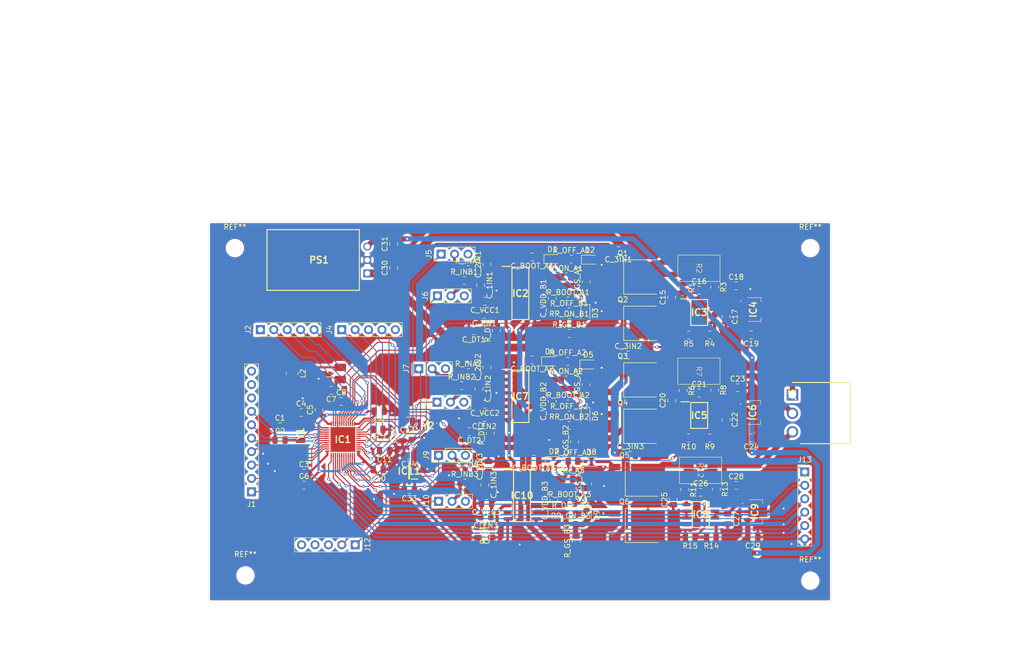
<source format=kicad_pcb>
(kicad_pcb (version 20240108) (generator "pcbnew") (generator_version "8.0")
  (layers (0 "F.Cu" signal) (1 "In1.Cu" signal) (2 "In2.Cu" signal) (31 "B.Cu" signal) (34 "B.Paste" user) (35 "F.Paste" user) (36 "B.SilkS" user "B.Silkscreen") (37 "F.SilkS" user "F.Silkscreen") (38 "B.Mask" user) (39 "F.Mask" user) (44 "Edge.Cuts" user))
  (net 0 "")
  (net 1 "GND")
  (net 2 "VDD")
  (net 3 "DEC6")
  (net 4 "/XC2")
  (net 5 "/XC1")
  (net 6 "/DEC3")
  (net 7 "+36V")
  (net 8 "P0.30")
  (net 9 "P1.15")
  (net 10 "+15V")
  (net 11 "P0.13")
  (net 12 "SWDIO")
  (net 13 "P1.08")
  (net 14 "P0.21")
  (net 15 "P0.11")
  (net 16 "P0.23")
  (net 17 "P0.28")
  (net 18 "P0.08")
  (net 19 "P1.09")
  (net 20 "P0.29")
  (net 21 "P0.24")
  (net 22 "P0.10")
  (net 23 "P0.19")
  (net 24 "P0.31")
  (net 25 "SWDCLK")
  (net 26 "P0.12")
  (net 27 "P0.04")
  (net 28 "P0.18")
  (net 29 "P0.22")
  (net 30 "P1.00")
  (net 31 "P0.09")
  (net 32 "P0.14")
  (net 33 "P0.02")
  (net 34 "P0.07")
  (net 35 "P0.17")
  (net 36 "P0.05")
  (net 37 "P0.20")
  (net 38 "Net-(L1-Pad2)")
  (net 40 "/VSS_PA")
  (net 41 "Net-(IC3--IN)")
  (net 42 "Net-(IC3-+IN)")
  (net 43 "Net-(IC3-VREF1)")
  (net 44 "/Phase1/Driver_subsheet_1/INB")
  (net 45 "/Phase1/Driver_subsheet_1/INA")
  (net 46 "/Phase1/Driver_subsheet_1/VSSA")
  (net 47 "/Phase1/Driver_subsheet_1/VDDA")
  (net 48 "/Phase1/Driver_subsheet_1/DT")
  (net 49 "/Phase1/Driver_subsheet_1/GateA")
  (net 50 "/Phase1/Driver_subsheet_1/GateB")
  (net 51 "ANT")
  (net 52 "/Phase1/Driver_subsheet_1/OUTB")
  (net 53 "/Phase1/Driver_subsheet_1/OUTA")
  (net 54 "/Phase1/Driver_subsheet_1/PWM-A")
  (net 55 "/Phase1/Driver_subsheet_1/PWM-B")
  (net 57 "Net-(R2-DIFF_output)")
  (net 58 "Net-(R2-DIFF_input)")
  (net 59 "Net-(IC3-OUT)")
  (net 63 "Net-(D1-A)")
  (net 64 "Net-(D2-K)")
  (net 65 "Net-(D3-K)")
  (net 66 "Net-(IC1-P0.00{slash}XL1)")
  (net 67 "Net-(IC1-P0.01{slash}XL2)")
  (net 68 "Net-(IC1-DEC1)")
  (net 69 "Net-(IC5--IN)")
  (net 70 "Net-(IC5-+IN)")
  (net 71 "Net-(IC5-VREF1)")
  (net 72 "Net-(IC8--IN)")
  (net 73 "Net-(IC8-+IN)")
  (net 74 "Net-(IC8-VREF1)")
  (net 75 "/Phase2/Driver_subsheet_1/INB")
  (net 76 "/Phase3/Driver_subsheet_1/INB")
  (net 77 "/Phase2/Driver_subsheet_1/INA")
  (net 78 "/Phase3/Driver_subsheet_1/INA")
  (net 79 "/Phase2/Driver_subsheet_1/VSSA")
  (net 80 "/Phase2/Driver_subsheet_1/VDDA")
  (net 81 "/Phase3/Driver_subsheet_1/VSSA")
  (net 82 "/Phase3/Driver_subsheet_1/VDDA")
  (net 83 "/Phase2/Driver_subsheet_1/DT")
  (net 84 "/Phase3/Driver_subsheet_1/DT")
  (net 85 "Net-(D4-A)")
  (net 86 "Net-(D5-K)")
  (net 87 "/Phase2/Driver_subsheet_1/GateA")
  (net 88 "/Phase2/Driver_subsheet_1/GateB")
  (net 89 "Net-(D6-K)")
  (net 90 "Net-(D7-A)")
  (net 91 "/Phase3/Driver_subsheet_1/GateA")
  (net 92 "Net-(D8-K)")
  (net 93 "Net-(D9-K)")
  (net 94 "/Phase3/Driver_subsheet_1/GateB")
  (net 96 "Net-(IC1-DCC)")
  (net 100 "Net-(IC5-OUT)")
  (net 103 "/Phase2/Driver_subsheet_1/OUTA")
  (net 104 "/Phase2/Driver_subsheet_1/OUTB")
  (net 108 "Net-(IC8-OUT)")
  (net 109 "/Phase3/Driver_subsheet_1/OUTA")
  (net 110 "/Phase3/Driver_subsheet_1/OUTB")
  (net 118 "/Phase2/Driver_subsheet_1/PWM-A")
  (net 121 "/Phase2/Driver_subsheet_1/PWM-B")
  (net 123 "/Phase3/Driver_subsheet_1/PWM-A")
  (net 125 "/Phase3/Driver_subsheet_1/PWM-B")
  (net 126 "/Phase1/To-Motor")
  (net 127 "Net-(R7-DIFF_output)")
  (net 128 "/Phase2/To-Motor")
  (net 129 "Net-(R7-DIFF_input)")
  (net 130 "Net-(R12-DIFF_output)")
  (net 131 "/Phase3/To-Motor")
  (net 132 "Net-(R12-DIFF_input)")
  (net 135 "P0.03")
  (footprint "Resistor_SMD:R_0805_2012Metric" (layer "F.Cu") (at 141.243 83.080001)
    (property "Reference" "R_INA1")
    (property "Value" "47")
  )
  (footprint "R_m:R_m" (layer "F.Cu") (at 184.9 102.320001 180)
    (property "Reference" "R7")
    (property "Value" "~" (hide yes))
  )
  (footprint "Capacitor_SMD:C_0805_2012Metric" (layer "F.Cu") (at 127.075 78.21 90)
    (property "Reference" "C31")
    (property "Value" "22uF")
  )
  (footprint "MountingHole:MountingHole_3mm" (layer "F.Cu") (at 206 79)
    (property "Reference" "REF**")
    (property "Value" "MountingHole_3mm")
  )
  (footprint "Diode_SMD:D_SOD-323" (layer "F.Cu") (at 163.699157 129.583554 -90)
    (property "Reference" "D9")
    (property "Value" "BAS316")
  )
  (footprint "IPD100N06S4-03:TRANS_BTS3060TFATMA1" (layer "F.Cu") (at 172.88 112.75)
    (property "Reference" "Q4")
    (property "Value" "IPD100N06S4")
  )
  (footprint "MC78L05ACHT1G:MC78L05ACHX_1" (layer "F.Cu") (at 194.08 110.130501 -90)
    (property "Reference" "IC6")
    (property "Value" "MC78L05ACHT1G" (hide yes))
  )
  (footprint "Resistor_SMD:R_0805_2012Metric" (layer "F.Cu") (at 161.0375 119.36)
    (property "Reference" "R_OFF_A3")
    (property "Value" "0")
  )
  (footprint "Resistor_SMD:R_0805_2012Metric" (layer "F.Cu") (at 187.25 133.75 180)
    (property "Reference" "R14")
    (property "Value" "4.7k")
  )
  (footprint "XRCGB32M000F2P29R0:XRCGB" (layer "F.Cu") (at 133.625 112.65 180)
    (property "Reference" "Y2")
    (property "Value" "32MHz" (hide yes))
  )
  (footprint "MC78L05ACHT1G:MC78L05ACHX_1" (layer "F.Cu") (at 194.162 90.630501 -90)
    (property "Reference" "IC4")
    (property "Value" "MC78L05ACHT1G" (hide yes))
  )
  (footprint "Capacitor_SMD:C_0805_2012Metric" (layer "F.Cu") (at 145.043 120.36 90)
    (property "Reference" "C_2IN3")
    (property "Value" "33pF")
  )
  (footprint "Capacitor_SMD:C_0805_2012Metric" (layer "F.Cu") (at 128.75 114.55 90)
    (property "Reference" "C14")
    (property "Value" "12pF")
  )
  (footprint "Capacitor_SMD:C_0805_2012Metric" (layer "F.Cu") (at 115.25 105.95 180)
    (property "Reference" "C7")
    (property "Value" "1uF")
  )
  (footprint "Capacitor_SMD:C_0805_2012Metric" (layer "F.Cu") (at 110.1 123.9)
    (property "Reference" "C6")
    (property "Value" "100nF")
  )
  (footprint "Capacitor_SMD:C_0805_2012Metric" (layer "F.Cu") (at 171.9 118.25)
    (property "Reference" "C_3IN3")
    (property "Value" "33pF")
  )
  (footprint "Capacitor_SMD:C_0805_2012Metric" (layer "F.Cu") (at 129.7 111.75 180)
    (property "Reference" "C13")
    (property "Value" "12pF")
  )
  (footprint "Resistor_SMD:R_0805_2012Metric" (layer "F.Cu") (at 159.7375 103.970001)
    (property "Reference" "R_ON_A2")
    (property "Value" "4.7")
  )
  (footprint "Capacitor_SMD:C_0805_2012Metric" (layer "F.Cu") (at 185.25 125.25)
    (property "Reference" "C26")
    (property "Value" "100n")
  )
  (footprint "Resistor_SMD:R_0805_2012Metric" (layer "F.Cu") (at 160.117157 108.523555)
    (property "Reference" "R_BOOT_A2")
    (property "Value" "6.8")
  )
  (footprint "Capacitor_SMD:C_0805_2012Metric" (layer "F.Cu") (at 127.075 82.76 90)
    (property "Reference" "C30")
    (property "Value" "10uF")
  )
  (footprint "Capacitor_SMD:C_0805_2012Metric" (layer "F.Cu") (at 143.55 86.030001 -90)
    (property "Reference" "C_1IN1")
    (property "Value" "33pF")
  )
  (footprint "Diode_SMD:D_SOD-323" (layer "F.Cu") (at 164.2375 81.190001)
    (property "Reference" "D2")
    (property "Value" "BAS316")
  )
  (footprint "Capacitor_SMD:C_0805_2012Metric" (layer "F.Cu") (at 190.036 92.02 -90)
    (property "Reference" "C17")
    (property "Value" "100n")
  )
  (footprint "Resistor_SMD:R_0805_2012Metric" (layer "F.Cu") (at 160.117157 89.023555)
    (property "Reference" "R_BOOT_A1")
    (property "Value" "6.8")
  )
  (footprint "Capacitor_SMD:C_0805_2012Metric" (layer "F.Cu") (at 157.417157 126.803554 90)
    (property "Reference" "C_VDD_B3")
    (property "Value" "10uF")
  )
  (footprint "Connector_PinHeader_2.54mm:PinHeader_1x03_P2.54mm_Vertical" (layer "F.Cu") (at 135.588 126.97 90)
    (property "Reference" "J10")
    (property "Value" "Conn_01x03_Pin")
  )
  (footprint "Capacitor_SMD:C_0805_2012Metric" (layer "F.Cu") (at 124.35 109.885 180)
    (property "Reference" "C9")
    (property "Value" "100nF")
  )
  (footprint "Capacitor_SMD:C_0805_2012Metric" (layer "F.Cu") (at 184.95 106.470001)
    (property "Reference" "C21")
    (property "Value" "100n")
  )
  (footprint "Resistor_SMD:R_0805_2012Metric" (layer "F.Cu") (at 161.629157 134.478554 90)
    (property "Reference" "R_GS_B3")
    (property "Value" "10k")
  )
  (footprint "Diode_SMD:D_SOD-323" (layer "F.Cu") (at 164.5375 119.47)
    (property "Reference" "D8")
    (property "Value" "BAS316")
  )
  (footprint "IPD100N06S4-03:TRANS_BTS3060TFATMA1" (layer "F.Cu") (at 172.88 93.25)
    (property "Reference" "Q2")
    (property "Value" "IPD100N06S4")
  )
  (footprint "Connector_PinHeader_2.54mm:PinHeader_1x10_P2.54mm_Vertical" (layer "F.Cu") (at 100.15 125.17 180)
    (property "Reference" "J1")
    (property "Value" "Conn_01x10_Pin")
  )
  (footprint "Capacitor_SMD:C_0805_2012Metric" (layer "F.Cu") (at 180.05 126.65 90)
    (property "Reference" "C25")
    (property "Value" "1n")
  )
  (footprint "Capacitor_SMD:C_0805_2012Metric" (layer "F.Cu") (at 129.95 118.25 180)
    (property "Reference" "C34")
    (property "Value" "0.1uF")
  )
  (footprint "Capacitor_SMD:C_0805_2012Metric" (layer "F.Cu") (at 143.043 132.8825 -90)
    (property "Reference" "C_DT3")
    (property "Value" "1nF")
  )
  (footprint "Resistor_SMD:R_0805_2012Metric" (layer "F.Cu") (at 163.5255 104.882501 90)
    (property "Reference" "R_GS_A2")
    (property "Value" "10k")
  )
  (footprint "LM3480IM3-3.3_NOPB:SOT95P237X112-3N" (layer "F.Cu") (at 130 121.25 180)
    (property "Reference" "IC11")
    (property "Value" "LM3480IM3-3.3_NOPB" (hide yes))
  )
  (footprint "Capacitor_SMD:C_0805_2012Metric" (layer "F.Cu") (at 110.1 121.65)
    (property "Reference" "C3")
    (property "Value" "100nF")
  )
  (footprint "Capacitor_SMD:C_0805_2012Metric" (layer "F.Cu") (at 169.65 79.470001 180)
    (property "Reference" "C_3IN1")
    (property "Value" "33pF")
  )
  (footprint "LIB_UCC21331CQDRQ1:SOIC127P600X175-16N" (layer "F.Cu") (at 151.08 87.580001)
    (property "Reference" "IC2")
    (property "Value" "UCC21331CQDRQ1" (hide yes))
  )
  (footprint "Capacitor_SMD:C_0805_2012Metric" (layer "F.Cu") (at 153.618 118.97 180)
    (property "Reference" "C_BOOT_A3")
    (property "Value" "1uF")
  )
  (footprint "Resistor_SMD:R_0805_2012Metric" (layer "F.Cu") (at 160.7375 81.080001)
    (property "Reference" "R_OFF_A1")
    (property "Value" "0")
  )
  (footprint "Capacitor_SMD:C_0805_2012Metric" (layer "F.Cu") (at 112.935 109.635 90)
    (property "Reference" "C5")
    (property "Value" "100nF")
  )
  (footprint "Connector_PinHeader_2.54mm:PinHeader_1x03_P2.54mm_Vertical" (layer "F.Cu") (at 136.07 80.15 90)
    (property "Reference" "J5")
    (property "Value" "Conn_01x03_Pin")
  )
  (footprint "Capacitor_SMD:C_0805_2012Metric" (layer "F.Cu") (at 192.25 105.45)
    (property "Reference" "C23")
    (property "Value" "1n")
  )
  (footprint "Resistor_SMD:R_0805_2012Metric" (layer "F.Cu") (at 160.629157 131.391054)
    (property "Reference" "RR_ON_B3")
    (property "Value" "4.7")
  )
  (footprint "Capacitor_SMD:C_0805_2012Metric" (layer "F.Cu") (at 157.117157 108.023555 90)
    (property "Reference" "C_VDD_B2")
    (property "Value" "10uF")
  )
  (footprint "Capacitor_SMD:C_0805_2012Metric" (layer "F.Cu") (at 179.75 88.35 90)
    (property "Reference" "C15")
    (property "Value" "1n")
  )
  (footprint "Connector_PinHeader_2.54mm:PinHeader_1x03_P2.54mm_Vertical" (layer "F.Cu") (at 135.37 88.05 90)
    (property "Reference" "J6")
    (property "Value" "Conn_01x03_Pin")
  )
  (footprint "Resistor_SMD:R_0805_2012Metric" (layer "F.Cu") (at 160.329157 91.111054)
    (property "Reference" "R_OFF_B1")
    (property "Value" "R=0")
  )
  (footprint "Capacitor_SMD:C_0805_2012Metric" (layer "F.Cu") (at 143.25 105.65 -90)
    (property "Reference" "C_1IN2")
    (property "Value" "33pF")
  )
  (footprint "Resistor_SMD:R_0805_2012Metric" (layer "F.Cu") (at 160.329157 112.611054)
    (property "Reference" "RR_ON_B2")
    (property "Value" "4.7")
  )
  (footprint "R_m:R_m" (layer "F.Cu") (at 185.2 121.1 180)
    (property "Reference" "R12")
    (property "Value" "~" (hide yes))
  )
  (footprint "Capacitor_SMD:C_0805_2012Metric" (layer "F.Cu") (at 144.368 89.080001 180)
    (property "Reference" "C_VCC1")
    (property "Value" "100nF")
  )
  (footprint "Resistor_SMD:R_0805_2012Metric" (layer "F.Cu") (at 161.329157 115.698554 90)
    (property "Reference" "R_GS_B2")
    (property "Value" "10k")
  )
  (footprint "IPD100N06S4-03:TRANS_BTS3060TFATMA1" (layer "F.Cu") (at 173.18 122.75)
    (property "Reference" "Q5")
    (property "Value" "IPD100N06S4")
  )
  (footprint "Resistor_SMD:R_0805_2012Metric" (layer "F.Cu") (at 141.243 102.580001)
    (property "Reference" "R_INA2")
    (property "Value" "47")
  )
  (footprint "IPD100N06S4-03:TRANS_BTS3060TFATMA1" (layer "F.Cu") (at 173.18 131.53)
    (property "Reference" "Q6")
    (property "Value" "IPD100N06S4")
  )
  (footprint "Resistor_SMD:R_0805_2012Metric" (layer "F.Cu") (at 187.9 105.882501 -90)
    (property "Reference" "R8")
    (property "Value" "10")
  )
  (footprint "Resistor_SMD:R_0805_2012Metric" (layer "F.Cu") (at 160.329157 110.611054)
    (property "Reference" "R_OFF_B2")
    (property "Value" "R=0")
  )
  (footprint "Resistor_SMD:R_0805_2012Metric" (layer "F.Cu") (at 160.629157 129.391054)
    (property "Reference" "R_OFF_B3")
    (property "Value" "R=0")
  )
  (footprint "Connector_PinHeader_2.54mm:PinHeader_1x05_P2.54mm_Vertical" (layer "F.Cu") (at 101.83 94.45 90)
    (property "Reference" "J2")
    (property "Value" "Conn_01x05_Pin")
  )
  (footprint "Capacitor_SMD:C_0805_2012Metric" (layer "F.Cu") (at 153.318 100.190001 180)
    (property "Reference" "C_BOOT_A2")
    (property "Value" "1uF")
  )
  (footprint "Diode_SMD:D_SOD-323" (layer "F.Cu") (at 163.399157 110.803554 -90)
    (property "Reference" "D6")
    (property "Value" "BAS316")
  )
  (footprint "Capacitor_SMD:C_0805_2012Metric" (layer "F.Cu") (at 144.743 82.080001 90)
    (property "Reference" "C_2IN1")
    (property "Value" "33pF")
  )
  (footprint "Capacitor_SMD:C_0805_2012Metric" (layer "F.Cu") (at 105.55 115.35)
    (property "Reference" "C2")
    (property "Value" "12pF")
  )
  (footprint "Capacitor_SMD:C_0805_2012Metric" (layer "F.Cu") (at 191.95 123.95)
    (property "Reference" "C28")
    (property "Value" "1n")
  )
  (footprint "Connector_PinHeader_2.54mm:PinHeader_1x03_P2.54mm_Vertical" (layer "F.Cu") (at 135.588 118.25 90)
    (property "Reference" "J9")
    (property "Value" "Conn_01x03_Pin")
  )
  (footprint "Capacitor_SMD:C_0805_2012Metric" (layer "F.Cu") (at 124.15 120.95 180)
    (property "Reference" "C10")
    (property "Value" "100nF")
  )
  (footprint "Resistor_SMD:R_0805_2012Metric" (layer "F.Cu") (at 145.668 132.8825 90)
    (property "Reference" "R_DT3")
    (property "Value" "20k")
  )
  (footprint "Capacitor_SMD:C_0805_2012Metric" (layer "F.Cu") (at 153.318 80.690001 180)
    (property "Reference" "C_BOOT_A1")
    (property "Value" "1uF")
  )
  (footprint "Capacitor_SMD:C_0805_2012Metric" (layer "F.Cu") (at 194.807002 95.433425 180)
    (property "Reference" "C19")
    (property "Value" "330n")
  )
  (footprint "IPD100N06S4-03:TRANS_BTS3060TFATMA1" (layer "F.Cu") (at 172.88 84.470001)
    (property "Reference" "Q1")
    (property "Value" "IPD100N06S4")
  )
  (footprint "Connector_PinHeader_2.54mm:PinHeader_1x03_P2.54mm_Vertical" (layer "F.Cu") (at 135.288 108.190001 90)
    (property "Reference" "J8")
    (property "Value" "Conn_01x03_Pin")
  )
  (footprint "MountingHole:MountingHole_3mm" (layer "F.Cu") (at 97 79)
    (property "Reference" "REF**")
    (property "Value" "MountingHole_3mm")
  )
  (footprint "Resistor_SMD:R_0805_2012Metric" (layer "F.Cu") (at 186.95 95.470001 180)
    (property "Reference" "R4")
    (property "Value" "4.7k")
  )
  (footprint "Connector_PinHeader_2.54mm:PinHeader_1x05_P2.54mm_Vertical" (layer "F.Cu") (at 119.79 135.2 -90)
    (property "Reference" "J12")
    (property "Value" "Conn_01x05_Pin")
  )
  (footprint "Resistor_SMD:R_0805_2012Metric" (layer "F.Cu") (at 141.543 121.36)
    (property "Reference" "R_INA3")
    (property "Value" "47")
  )
  (footprint "Diode_SMD:D_SOD-323" (layer "F.Cu") (at 163.95 101.05)
    (property "Reference" "D5")
    (property "Value" "BAS316")
  )
  (footprint "Diode_SMD:D_SOD-323" (layer "F.Cu") (at 157.15 81.080001)
    (property "Reference" "D1")
    (property "Value" "BAS316")
  )
  (footprint "Resistor_SMD:R_0805_2012Metric" (layer "F.Cu") (at 160.417157 127.303554)
    (property "Reference" "R_BOOT_A3")
    (property "Value" "6.8")
  )
  (footprint "Capacitor_SMD:C_0805_2012Metric" (layer "F.Cu") (at 130.05 124.75 180)
    (property "Reference" "C33")
    (property "Value" "0.1uF")
  )
  (footprint "Resistor_SMD:R_0805_2012Metric" (layer "F.Cu") (at 146.5375 94.6025 90)
    (property "Reference" "R_DT1")
    (property "Value" "20k")
  )
  (footprint "Capacitor_SMD:C_0805_2012Metric" (layer "F.Cu") (at 144.35 123.85 -90)
    (property "Reference" "C_1IN3")
    (property "Value" "33pF")
  )
  (footprint "Resistor_SMD:R_0805_2012Metric" (layer "F.Cu") (at 188.2 124.6625 -90)
    (property "Reference" "R13")
    (property "Value" "10")
  )
  (footprint "Resistor_SMD:R_0805_2012Metric" (layer "F.Cu") (at 186.95 114.970001 180)
    (property "Reference" "R9")
    (property "Value" "4.7k")
  )
  (footprint "Capacitor_SMD:C_0805_2012Metric" (layer "F.Cu") (at 190.336 130.3 -90)
    (property "Reference" "C27")
    (property "Value" "100n")
  )
  (footprint "AD8411AWBRZ:SOIC127P600X175-8N" (layer "F.Cu") (at 184.95 91.195)
    (property "Reference" "IC3")
    (property "Value" "AD8411AWBRZ" (hide yes))
  )
  (footprint "Capacitor_SMD:C_0805_2012Metric" (layer "F.Cu") (at 125.35 117.35 180)
    (property "Reference" "C11")
    (property "Value" "1pF")
  )
  (footprint "Resistor_SMD:R_0805_2012Metric" (layer "F.Cu") (at 140.55 123.47)
    (property "Reference" "R_INB3")
    (property "Value" "47")
  )
  (footprint "MountingHole:MountingHole_3mm" (layer "F.Cu") (at 206 142)
    (property "Reference" "REF**")
    (property "Value" "MountingHole_3mm")
  )
  (footprint "Connector_PinHeader_2.54mm:PinHeader_1x06_P2.54mm_Vertical" (layer "F.Cu") (at 204.95 121.4)
    (property "Reference" "J13")
    (property "Value" "Conn_01x06_Pin")
  )
  (footprint "Inductor_SMD:L_1008_2520Metric_Pad1.43x2.20mm_HandSolder" (layer "F.Cu") (at 107.839288 102.748853 -90)
    (property "Reference" "L2")
    (property "Value" "10uH")
  )
  (footprint "Resistor_SMD:R_0805_2012Metric" (layer "F.Cu") (at 160.35 95.15)
    (property "Reference" "R_GS_B1")
    (property "Value" "10k")
  )
  (footprint "AD8411AWBRZ:SOIC127P600X175-8N" (layer "F.Cu") (at 184.95 110.695)
    (property "Reference" "IC5")
    (property "Value" "AD8411AWBRZ" (hide yes))
  )
  (footprint "CM7V-T1A-32.768KHZ-12.5PF-20PPM-TA-QC:CM7V32768TBQA020" (layer "F.Cu") (at 109.435 114.15 90)
    (property "Reference" "Y1")
    (property "Value" "CM7V-T1A-32.768kHz" (hide yes))
  )
  (footprint "Capacitor_SMD:C_0805_2012Metric" (layer "F.Cu") (at 144.543 129.86 180)
    (property "Reference" "C_EN3")
    (property "Value" "1nF")
  )
  (footprint "Resistor_SMD:R_0805_2012Metric" (layer "F.Cu") (at 183.25 133.75 180)
    (property "Reference" "R15")
    (property "Value" "10k")
  )
  (footprint "Resistor_SMD:R_0805_2012Metric" (layer "F.Cu") (at 159.7375 84.470001)
    (property "Reference" "R_ON_A1")
    (property "Value" "4.7")
  )
  (footprint "Resistor_SMD:R_0805_2012Metric" (layer "F.Cu") (at 139.95 105.05)
    (property "Reference" "R_INB2")
    (property "Value" "47")
  )
  (footprint "Capacitor_SMD:C_0805_2012Metric" (layer "F.Cu") (at 105.55 112.85)
    (property "Reference" "C1")
    (property "Value" "12pF")
  )
  (footprint "Capacitor_SMD:C_0805_2012Metric" (layer "F.Cu") (at 157.117157 88.523555 90)
    (property "Reference" "C_VDD_B1")
    (property "Value" "10uF")
  )
  (footprint "R_m:R_m" (layer "F.Cu") (at 184.9 82.820001 180)
    (property "Reference" "R2")
    (property "Value" "~" (hide yes))
  )
  (footprint "MountingHole:MountingHole_3mm" (layer "F.Cu") (at 99 141)
    (property "Reference" "REF**")
    (property "Value" "MountingHole_3mm")
  )
  (footprint "Resistor_SMD:R_0805_2012Metric" (layer "F.Cu") (at 163.8255 123.6625 90)
    (property "Reference" "R_GS_A3")
    (property "Value" "10k")
  )
  (footprint "Resistor_SMD:R_0805_2012Metric" (layer "F.Cu") (at 181.9 86.470001 -90)
    (property "Reference" "R1")
    (property "Value" "10")
  )
  (footprint "Capacitor_SMD:C_0805_2012Metric" (layer "F.Cu") (at 141.4 113.75 180)
    (property "Reference" "C_DT2")
    (property "Value" "1nF")
  )
  (footprint "Capacitor_SMD:C_0805_2012Metric" (layer "F.Cu") (at 184.95 86.970001)
    (property "Reference" "C16")
    (property "Value" "100n")
  )
  (footprint "Capacitor_SMD:C_0805_2012Metric" (layer "F.Cu") (at 194.807002 114.933425 180)
    (property "Reference" "C24")
    (property "Value" "330n")
  )
  (footprint "Resistor_SMD:R_0805_2012Metric" (layer "F.Cu") (at 182.95 114.97 180)
    (property "Reference" "R10")
    (property "Value" "10k")
  )
  (footprint "Capacitor_SMD:C_0805_2012Metric" (layer "F.Cu") (at 124.1 113.35 180)
    (property "Reference" "C12")
    (property "Value" "100pF")
  )
  (footprint "Capacitor_SMD:C_0805_2012Metric" (layer "F.Cu") (at 144.743 101.580001 90)
    (property "Reference" "C_2IN2")
    (property "Value" "33pF")
  )
  (footprint "AD8411AWBRZ:SOIC127P600X175-8N" (layer "F.Cu") (at 185.25 129.475)
    (property "Reference" "IC8")
    (property "Value" "AD8411AWBRZ" (hide yes))
  )
  (footprint "Resistor_SMD:R_0805_2012Metric" (layer "F.Cu") (at 182.95 95.47 180)
    (property "Reference" "R5")
    (property "Value" "10k")
  )
  (footprint "Capacitor_SMD:C_0805_2012Metric" (layer "F.Cu") (at 109.55 110.15)
    (property "Reference" "C4")
    (property "Value" "100nF")
  )
  (footprint "Capacitor_SMD:C_0805_2012Metric" (layer "F.Cu") (at 144.243 111.08 180)
    (property "Reference" "C_EN2")
    (property "Value" "1nF")
  )
  (footprint "Capacitor_SMD:C_0805_2012Metric" (layer "F.Cu") (at 144.243 91.58 180)
    (property "Reference" "C_EN1")
    (property "Value" "1nF")
  )
  (footprint "Capacitor_SMD:C_0805_2012Metric" (layer "F.Cu") (at 195.107003 133.713424 180)
    (property "Reference" "C29")
    (property "Value" "330n")
  )
  (footprint "Diode_SMD:D_SOD-323" (layer "F.Cu") (at 163.399157 91.303554 -90)
    (property "Reference" "D3")
    (property "Value" "BAS316")
  )
  (footprint "LIB_2350514-3:SHDRRA3W90P0X350_1X3_1110X920X691P" (layer "F.Cu") (at 202.619 106.8 -90)
    (property "Reference" "J3")
    (property "Value" "Motor" (hide yes))
  )
  (footprint "Resistor_SMD:R_0805_2012Metric" (layer "F.Cu") (at 163.5255 85.382501 90)
    (property "Reference" "R_GS_A1")
    (property "Value" "10k")
  )
  (footprint "Resistor_SMD:R_0805_2012Metric" (layer "F.Cu") (at 160.05 100.45)
    (property "Reference" "R_OFF_A2")
    (property "Value" "0")
  )
  (footprint "Capacitor_SMD:C_0805_2012Metric" (layer "F.Cu") (at 117.15 108.05)
    (property "Reference" "C8")
    (property "Value" "47nF")
  )
  (footprint "nRF52840-QFAA-F-R7:QFN40P600X600X95-49N-D" (layer "F.Cu") (at 117.45 115.25)
    (property "Reference" "IC1")
    (property "Value" "nRF52840-QFAA-F-R7" (hide yes))
  )
  (footprint "Connector_PinHeader_2.54mm:PinHeader_1x03_P2.54mm_Vertical" (layer "F.Cu") (at 131.81 101.85 90)
    (property "Reference" "J7")
    (property "Value" "Conn_01x03_Pin")
  )
  (footprint "Capacitor_SMD:C_0805_2012Metric" (layer "F.Cu") (at 144.668 127.36 180)
    (property "Reference" "C_VCC3")
    (property "Value" "100nF")
  )
  (footprint "Resistor_SMD:R_0805_2012Metric" (layer "F.Cu") (at 181.9 105.970001 -90)
    (property "Reference" "R6")
    (property "Value" "10")
  )
  (footprint "Resistor_SMD:R_0805_2012Metric" (layer "F.Cu") (at 145.368 114.1025 90)
    (property "Reference" "R_DT2")
    (property "Value" "20k")
  )
  (footprint "Capacitor_SMD:C_0805_2012Metric" (layer "F.Cu") (at 190.036 111.52 -90)
    (property "Reference" "C22")
    (property "Value" "100n")
  )
  (footprint "MP-K78U15-500R3L:MPK78U15500R3L" (layer "F.Cu") (at 122.075 83.79 180)
    (property "Reference" "PS1")
    (property "Value" "MP-K78U15-500R3L" (hide yes))
  )
  (footprint "Resistor_SMD:R_0805_2012Metric" (layer "F.Cu") (at 140.45 85.15)
    (property "Reference" "R_INB1")
    (property "Value" "47")
  )
  (footprint "Resistor_SMD:R_0805_2012Metric" (layer "F.Cu") (at 187.9 86.382501 -90)
    (property "Reference" "R3")
    (property "Value" "10")
  )
  (footprint "Diode_SMD:D_SOD-323" (layer "F.Cu") (at 156.7 100.45)
    (property "Reference" "D4")
    (property "Value" "BAS316")
  )
  (footprint "IPD100N06S4-03:TRANS_BTS3060TFATMA1" (layer "F.Cu") (at 172.88 103.970001)
    (property "Reference" "Q3")
    (property "Value" "IPD100N06S4")
  )
  (footprint "Resistor_SMD:R_0805_2012Metric" (layer "F.Cu") (at 160.0375 122.75)
    (property "Reference" "R_ON_A3")
    (property "Value" "4.7")
  )
  (footprint "Capacitor_SMD:C_0805_2012Metric" (layer "F.Cu") (at 142.25 94.65 180)
    (property "Reference" "C_DT1")
    (property "Value" "1nF")
  )
  (footprint "Diode_SMD:D_SOD-323" (layer "F.Cu") (at 157.45 119.36)
    (property "Reference" "D7")
    (property "Value" "BAS316")
  )
  (footprint "MC78L05ACHT1G:MC78L05ACHX_1" (layer "F.Cu") (at 194.462 128.9105 -90)
    (property "Reference" "IC9")
    (property "Value" "MC78L05ACHT1G" (hide yes))
  )
  (footprint "Capacitor_SMD:C_0805_2012Metric" (layer "F.Cu") (at 171.5 99.25)
    (property "Reference" "C_3IN2")
    (property "Value" "33pF")
  )
  (footprint "Connector_PinHeader_2.54mm:PinHeader_1x05_P2.54mm_Vertical" (layer "F.Cu") (at 117.23 94.45 90)
    (property "Reference" "J4")
    (property "Value" "Conn_01x05_Pin")
  )
  (footprint "Capacitor_SMD:C_0805_2012Metric" (layer "F.Cu") (at 144.368 108.580001 180)
    (property "Reference" "C_VCC2")
    (property "Value" "100nF")
  )
  (footprint "Capacitor_SMD:C_0805_2012Metric" (layer "F.Cu") (at 179.75 107.85 90)
    (property "Reference" "C20")
    (property "Value" "1n")
  )
  (footprint "Capacitor_SMD:C_0805_2012Metric" (layer "F.Cu") (at 191.95 86.15)
    (property "Reference" "C18")
    (property "Value" "1n")
  )
  (footprint "Resistor_SMD:R_0805_2012Metric" (layer "F.Cu") (at 160.329157 93.111054)
    (property "Reference" "RR_ON_B1")
    (property "Value" "4.7")
  )
  (footprint "LIB_UCC21331CQDRQ1:SOIC127P600X175-16N" (layer "F.Cu") (at 151.08 107.080001)
    (property "Reference" "IC7")
    (property "Value" "UCC21331CQDRQ1" (hide yes))
  )
  (footprint "LIB_UCC21331CQDRQ1:SOIC127P600X175-16N" (layer "F.Cu") (at 151.38 125.86)
    (property "Reference" "IC10")
    (property "Value" "UCC21331CQDRQ1" (hide yes))
  )
  (footprint "Inductor_SMD:L_1008_2520Metric_Pad1.43x2.20mm_HandSolder" (layer "F.Cu") (at 116.95 102.75 90)
    (property "Reference" "L1")
    (property "Value" "15nH")
  )
  (footprint "Resistor_SMD:R_0805_2012Metric" (layer "F.Cu") (at 182.2 124.75 -90)
    (property "Reference" "R11")
    (property "Value" "10")
  )
  (gr_rect (start 92 74) (end 210 146) (stroke (width 0.05)) (fill none) (layer "Edge.Cuts"))
  (segment (start 116.45 114.25) (end 117.45 115.25) (width 0.2) (layer "F.Cu") (net 1))
  (segment (start 116.45 112.3) (end 116.45 114.25) (width 0.2) (layer "F.Cu") (net 1))
  (segment (start 116.45 110.65) (end 118.1 109) (width 0.2) (layer "F.Cu") (net 1))
  (segment (start 116.45 112.3) (end 116.45 110.65) (width 0.2) (layer "F.Cu") (net 1))
  (segment (start 118.1 109) (end 118.1 108.05) (width 0.2) (layer "F.Cu") (net 1))
  (via (at 150.95 135.15) (size 0.6) (drill 0.35) (layers "F.Cu" "B.Cu") (net 1))
  (via (at 146.85 125.25) (size 0.6) (drill 0.35) (layers "F.Cu" "B.Cu") (net 1))
  (via (at 155.75 126.05) (size 0.6) (drill 0.35) (layers "F.Cu" "B.Cu") (net 1))
  (via (at 149.85 100.65) (size 0.6) (drill 0.35) (layers "F.Cu" "B.Cu") (net 1))
  (via (at 103.25 119.85) (size 0.6) (drill 0.35) (layers "F.Cu" "B.Cu") (net 1))
  (via (at 165.35 89.35) (size 0.6) (drill 0.35) (layers "F.Cu" "B.Cu") (net 1))
  (via (at 156.35 121.15) (size 0.6) (drill 0.35) (layers "F.Cu" "B.Cu") (net 1))
  (via (at 146.55 106.45) (size 0.6) (drill 0.35) (layers "F.Cu" "B.Cu") (net 1))
  (via (at 133.45 120.85) (size 0.6) (drill 0.35) (layers "F.Cu" "B.Cu") (net 1))
  (via (at 131.45 113.15) (size 0.6) (drill 0.35) (layers "F.Cu" "B.Cu") (net 1))
  (via (at 166.95 124.05) (size 0.6) (drill 0.35) (layers "F.Cu" "B.Cu") (net 1))
  (via (at 102.35 117.95) (size 0.6) (drill 0.35) (layers "F.Cu" "B.Cu") (net 1))
  (via (at 156.55 115.35) (size 0.6) (drill 0.35) (layers "F.Cu" "B.Cu") (net 1))
  (via (at 137.55 122.05) (size 0.6) (drill 0.35) (layers "F.Cu" "B.Cu") (net 1))
  (via (at 164.85 108.25) (size 0.6) (drill 0.35) (layers "F.Cu" "B.Cu") (net 1))
  (via (at 202.45 135.05) (size 0.6) (drill 0.35) (layers "F.Cu" "B.Cu") (net 1))
  (via (at 194.65 86.75) (size 0.6) (drill 0.35) (layers "F.Cu" "B.Cu") (net 1))
  (via (at 200.95 131.35) (size 0.6) (drill 0.35) (layers "F.Cu" "B.Cu") (net 1))
  (via (at 132.85 114.95) (size 0.6) (drill 0.35) (layers "F.Cu" "B.Cu") (net 1))
  (via (at 104.55 121.25) (size 0.6) (drill 0.35) (layers "F.Cu" "B.Cu") (net 1))
  (via (at 200.95 132.95) (size 0.6) (drill 0.35) (layers "F.Cu" "B.Cu") (net 1))
  (via (at 165.35 126.95) (size 0.6) (drill 0.35) (layers "F.Cu" "B.Cu") (net 1))
  (via (at 146.55 87.05) (size 0.6) (drill 0.35) (layers "F.Cu" "B.Cu") (net 1))
  (via (at 126.75 113.15) (size 0.6) (drill 0.35) (layers "F.Cu" "B.Cu") (net 1))
  (via (at 109.85 107.45) (size 0.6) (drill 0.35) (layers "F.Cu" "B.Cu") (net 1))
  (via (at 123.35 126.55) (size 0.6) (drill 0.35) (layers "F.Cu" "B.Cu") (net 1))
  (via (at 127.65 120.05) (size 0.6) (drill 0.35) (layers "F.Cu" "B.Cu") (net 1))
  (via (at 117.65 106.45) (size 0.6) (drill 0.35) (layers "F.Cu" "B.Cu") (net 1))
  (via (at 127.15 125.55) (size 0.6) (drill 0.35) (layers "F.Cu" "B.Cu") (net 1))
  (via (at 146.95 118.45) (size 0.6) (drill 0.35) (layers "F.Cu" "B.Cu") (net 1))
  (via (at 155.45 107.25) (size 0.6) (drill 0.35) (layers "F.Cu" "B.Cu") (net 1))
  (via (at 155.45 87.85) (size 0.6) (drill 0.35) (layers "F.Cu" "B.Cu") (net 1))
  (via (at 200.95 128.35) (size 0.6) (drill 0.35) (layers "F.Cu" "B.Cu") (net 1))
  (via (at 139.45 111.25) (size 0.6) (drill 0.35) (layers "F.Cu" "B.Cu") (net 1))
  (via (at 140.95 100.55) (size 0.6) (drill 0.35) (layers "F.Cu" "B.Cu") (net 1))
  (via (at 126.75 110.25) (size 0.6) (drill 0.35) (layers "F.Cu" "B.Cu") (net 1))
  (via (at 112.85 103.75) (size 0.6) (drill 0.35) (layers "F.Cu" "B.Cu") (net 1))
  (segment (start 146.483 126.495) (end 147.168 126.495) (width 0.6) (layer "F.Cu") (net 2))
  (segment (start 114.5 118.2) (end 114.5 117.5) (width 0.4) (layer "F.Cu") (net 2))
  (segment (start 148.95 113.95) (end 148.95 112.107001) (width 0.6) (layer "F.Cu") (net 2))
  (segment (start 148.668 126.495) (end 149.3855 126.495) (width 0.6) (layer "F.Cu") (net 2))
  (segment (start 146.124999 85.675001) (end 148.368 85.675001) (width 0.6) (layer "F.Cu") (net 2))
  (segment (start 121.75 110.35) (end 122.215 109.885) (width 0.4) (layer "F.Cu") (net 2))
  (segment (start 145.318 89.080001) (end 145.318 91.455001) (width 0.6) (layer "F.Cu") (net 2))
  (segment (start 123.2 120.95) (end 121.575 119.325) (width 0.5) (layer "F.Cu") (net 2))
  (segment (start 131 124.75) (end 131 126.5) (width 0.5) (layer "F.Cu") (net 2))
  (segment (start 146.868 88.215001) (end 148.368 88.215001) (width 0.6) (layer "F.Cu") (net 2))
  (segment (start 146.868 107.715001) (end 148.368 107.715001) (width 0.6) (layer "F.Cu") (net 2))
  (segment (start 131 126.5) (end 140.75 136.25) (width 0.5) (layer "F.Cu") (net 2))
  (segment (start 113.05 121.25) (end 111.05 123.25) (width 0.4) (layer "F.Cu") (net 2))
  (segment (start 145.618 124.682) (end 146.345 123.955) (width 0.6) (layer "F.Cu") (net 2))
  (segment (start 116.85 120.65) (end 116.85 120.95) (width 0.2) (layer "F.Cu") (net 2))
  (segment (start 121.513604 111.3) (end 120.513604 112.3) (width 0.4) (layer "F.Cu") (net 2))
  (segment (start 111.05 123.9) (end 111.05 121.65) (width 0.4) (layer "F.Cu") (net 2))
  (segment (start 114.65 112.3) (end 115.2 112.3) (width 0.4) (layer "F.Cu") (net 2))
  (segment (start 149.3855 123.955) (end 148.668 123.955) (width 0.6) (layer "F.Cu") (net 2))
  (segment (start 145.318 86.482) (end 146.124999 85.675001) (width 0.6) (layer "F.Cu") (net 2))
  (segment (start 116.85 118.2) (end 116.85 120.65) (width 0.2) (layer "F.Cu") (net 2))
  (segment (start 131.05 122.2) (end 124.45 122.2) (width 0.5) (layer "F.Cu") (net 2))
  (segment (start 145.318 91.455001) (end 145.193 91.580001) (width 0.6) (layer "F.Cu") (net 2))
  (segment (start 112.935 110.585) (end 114.65 112.3) (width 0.4) (layer "F.Cu") (net 2))
  (segment (start 123.4 110.8) (end 122.9 111.3) (width 0.4) (layer "F.Cu") (net 2))
  (segment (start 145.318 89.080001) (end 145.318 86.482) (width 0.6) (layer "F.Cu") (net 2))
  (segment (start 145.318 105.932) (end 146.074999 105.175001) (width 0.6) (layer "F.Cu") (net 2))
  (segment (start 148.95 118.55) (end 149.8805 119.4805) (width 0.6) (layer "F.Cu") (net 2))
  (segment (start 124.45 122.2) (end 123.2 120.95) (width 0.5) (layer "F.Cu") (net 2))
  (segment (start 147.168 126.495) (end 148.668 126.495) (width 0.6) (layer "F.Cu") (net 2))
  (segment (start 146.345 123.955) (end 148.668 123.955) (width 0.6) (layer "F.Cu") (net 2))
  (segment (start 149.8805 123.46) (end 149.3855 123.955) (width 0.6) (layer "F.Cu") (net 2))
  (segment (start 149.5805 111.030001) (end 149.0855 111.525001) (width 0.6) (layer "F.Cu") (net 2))
  (segment (start 148.368 93.768) (end 148.95 94.35) (width 0.6) (layer "F.Cu") (net 2))
  (segment (start 111.05 121.65) (end 114.5 118.2) (width 0.4) (layer "F.Cu") (net 2))
  (segment (start 145.618 129.735) (end 145.493 129.86) (width 0.6) (layer "F.Cu") (net 2))
  (segment (start 145.318 89.080001) (end 146.183 88.215001) (width 0.6) (layer "F.Cu") (net 2))
  (segment (start 149.5805 108.210001) (end 149.5805 111.030001) (width 0.6) (layer "F.Cu") (net 2))
  (segment (start 120.513604 112.3) (end 119.7 112.3) (width 0.4) (layer "F.Cu") (net 2))
  (segment (start 131.05 124.7) (end 131 124.75) (width 0.5) (layer "F.Cu") (net 2))
  (segment (start 148.95 118.25) (end 148.95 118.55) (width 0.6) (layer "F.Cu") (net 2))
  (segment (start 149.8805 119.4805) (end 149.8805 123.46) (width 0.6) (layer "F.Cu") (net 2))
  (segment (start 121.575 119.325) (end 120.4 118.15) (width 0.5) (layer "F.Cu") (net 2))
  (segment (start 145.318 108.580001) (end 146.183 107.715001) (width 0.6) (layer "F.Cu") (net 2))
  (segment (start 146.65 136.25) (end 148.668 134.232) (width 0.5) (layer "F.Cu") (net 2))
  (segment (start 145.318 110.955001) (end 145.193 111.080001) (width 0.6) (layer "F.Cu") (net 2))
  (segment (start 149.3855 126.495) (end 149.8805 126.99) (width 0.6) (layer "F.Cu") (net 2))
  (segment (start 121.05 119.85) (end 121.575 119.325) (width 0.4) (layer "F.Cu") (net 2))
  (segment (start 145.318 108.580001) (end 145.318 105.932) (width 0.6) (layer "F.Cu") (net 2))
  (segment (start 131.05 122.2) (end 131.05 124.7) (width 0.5) (layer "F.Cu") (net 2))
  (segment (start 112.935 110.585) (end 114.415 110.585) (width 0.4) (layer "F.Cu") (net 2))
  (segment (start 148.368 107.715001) (end 149.0855 107.715001) (width 0.6) (layer "F.Cu") (net 2))
  (segment (start 149.0855 107.715001) (end 149.5805 108.210001) (width 0.6) (layer "F.Cu") (net 2))
  (segment (start 145.618 127.36) (end 146.483 126.495) (width 0.6) (layer "F.Cu") (net 2))
  (segment (start 140.75 136.25) (end 146.65 136.25) (width 0.5) (layer "F.Cu") (net 2))
  (segment (start 149.8805 129.81) (end 149.3855 130.305) (width 0.6) (layer "F.Cu") (net 2))
  (segment (start 146.183 107.715001) (end 146.868 107.715001) (width 0.6) (layer "F.Cu") (net 2))
  (segment (start 145.618 127.36) (end 145.618 124.682) (width 0.6) (layer "F.Cu") (net 2))
  (segment (start 114.415 110.585) (end 114.45 110.55) (width 0.4) (layer "F.Cu") (net 2))
  (segment (start 146.183 88.215001) (end 146.868 88.215001) (width 0.6) (layer "F.Cu") (net 2))
  (segment (start 145.618 127.36) (end 145.618 129.735) (width 0.6) (layer "F.Cu") (net 2))
  (segment (start 148.368 92.025001) (end 148.368 93.768) (width 0.6) (layer "F.Cu") (net 2))
  (segment (start 149.3855 130.305) (end 148.668 130.305) (width 0.6) (layer "F.Cu") (net 2))
  (segment (start 149.0855 92.025001) (end 148.368 92.025001) (width 0.6) (layer "F.Cu") (net 2))
  (segment (start 149.0855 111.525001) (end 148.368 111.525001) (width 0.6) (layer "F.Cu") (net 2))
  (segment (start 148.95 112.107001) (end 148.368 111.525001) (width 0.6) (layer "F.Cu") (net 2))
  (segment (start 122.9 111.3) (end 121.513604 111.3) (width 0.4) (layer "F.Cu") (net 2))
  (segment (start 111.05 123.25) (end 111.05 123.9) (width 0.4) (layer "F.Cu") (net 2))
  (segment (start 122.215 109.885) (end 123.4 109.885) (width 0.4) (layer "F.Cu") (net 2))
  (segment (start 120.4 118.15) (end 120.4 117.55) (width 0.5) (layer "F.Cu") (net 2))
  (segment (start 123.4 109.885) (end 123.4 110.8) (width 0.4) (layer "F.Cu") (net 2))
  (segment (start 149.5805 88.710001) (end 149.5805 91.530001) (width 0.6) (layer "F.Cu") (net 2))
  (segment (start 146.074999 105.175001) (end 148.368 105.175001) (width 0.6) (layer "F.Cu") (net 2))
  (segment (start 149.8805 126.99) (end 149.8805 129.81) (width 0.6) (layer "F.Cu") (net 2))
  (segment (start 148.668 134.232) (end 148.668 130.305) (width 0.5) (layer "F.Cu") (net 2))
  (segment (start 145.318 108.580001) (end 145.318 110.955001) (width 0.6) (layer "F.Cu") (net 2))
  (segment (start 148.368 88.215001) (end 149.0855 88.215001) (width 0.6) (layer "F.Cu") (net 2))
  (segment (start 149.5805 91.530001) (end 149.0855 92.025001) (width 0.6) (layer "F.Cu") (net 2))
  (segment (start 134.35 122.2) (end 131.05 122.2) (width 0.2) (layer "F.Cu") (net 2))
  (segment (start 149.0855 88.215001) (end 149.5805 88.710001) (width 0.6) (layer "F.Cu") (net 2))
  (segment (start 116.85 120.95) (end 117.15 121.25) (width 0.2) (layer "F.Cu") (net 2))
  (via (at 148.95 94.35) (size 0.6) (drill 0.35) (layers "F.Cu" "B.Cu") (net 2))
  (via (at 121.75 110.35) (size 0.6) (drill 0.35) (layers "F.Cu" "B.Cu") (net 2))
  (via (at 121.05 119.85) (size 0.6) (drill 0.35) (layers "F.Cu" "B.Cu") (net 2))
  (via (at 117.15 121.25) (size 0.6) (drill 0.35) (layers "F.Cu" "B.Cu") (net 2))
  (via (at 148.95 113.95) (size 0.6) (drill 0.35) (layers "F.Cu" "B.Cu") (net 2))
  (via (at 148.95 118.25) (size 0.6) (drill 0.35) (layers "F.Cu" "B.Cu") (net 2))
  (via (at 113.05 121.25) (size 0.6) (drill 0.35) (layers "F.Cu" "B.Cu") (net 2))
  (via (at 134.35 122.2) (size 0.6) (drill 0.35) (layers "F.Cu" "B.Cu") (net 2))
  (via (at 114.45 110.55) (size 0.6) (drill 0.35) (layers "F.Cu" "B.Cu") (net 2))
  (segment (start 148.95 94.35) (end 148.95 113.95) (width 0.6) (layer "B.Cu") (net 2))
  (segment (start 117.15 121.25) (end 118.55 119.85) (width 0.4) (layer "B.Cu") (net 2))
  (segment (start 204.15 120.6) (end 204.95 121.4) (width 0.2) (layer "B.Cu") (net 2))
  (segment (start 113.05 121.25) (end 117.15 121.25) (width 0.4) (layer "B.Cu") (net 2))
  (segment (start 112.85 121.05) (end 112.85 112.15) (width 0.4) (layer "B.Cu") (net 2))
  (segment (start 120.25 110.55) (end 121.55 110.55) (width 0.4) (layer "B.Cu") (net 2))
  (segment (start 134.35 122.2) (end 135.95 120.6) (width 0.2) (layer "B.Cu") (net 2))
  (segment (start 112.85 112.15) (end 114.45 110.55) (width 0.4) (layer "B.Cu") (net 2))
  (segment (start 135.95 120.6) (end 204.15 120.6) (width 0.2) (layer "B.Cu") (net 2))
  (segment (start 121.55 110.55) (end 121.75 110.35) (width 0.4) (layer "B.Cu") (net 2))
  (segment (start 148.95 113.95) (end 148.95 118.25) (width 0.6) (layer "B.Cu") (net 2))
  (segment (start 118.55 119.85) (end 121.05 119.85) (width 0.4) (layer "B.Cu") (net 2))
  (segment (start 114.45 110.55) (end 120.25 110.55) (width 0.4) (layer "B.Cu") (net 2))
  (segment (start 113.05 121.25) (end 112.85 121.05) (width 0.4) (layer "B.Cu") (net 2))
  (segment (start 116.1 112.25) (end 116.1 108.15) (width 0.2) (layer "F.Cu") (net 3))
  (segment (start 127.35 114.55) (end 126.25 115.65) (width 0.2) (layer "F.Cu") (net 3))
  (segment (start 126.25 115.65) (end 123.794975 115.65) (width 0.2) (layer "F.Cu") (net 3))
  (segment (start 124.0125 96.85) (end 116.95 103.9125) (width 0.2) (layer "F.Cu") (net 3))
  (segment (start 123.794975 115.65) (end 122.394975 114.25) (width 0.2) (layer "F.Cu") (net 3))
  (segment (start 116.2 105.95) (end 116.2 108.05) (width 0.4) (layer "F.Cu") (net 3))
  (segment (start 116.1 108.15) (end 116.2 108.05) (width 0.2) (layer "F.Cu") (net 3))
  (segment (start 126.35 96.85) (end 124.0125 96.85) (width 0.2) (layer "F.Cu") (net 3))
  (segment (start 126.85 97.35) (end 126.35 96.85) (width 0.2) (layer "F.Cu") (net 3))
  (segment (start 122.394975 114.25) (end 120.4 114.25) (width 0.2) (layer "F.Cu") (net 3))
  (segment (start 127.35 114.15) (end 127.35 114.55) (width 0.2) (layer "F.Cu") (net 3))
  (segment (start 116.2 105.95) (end 116.2 104.6625) (width 0.4) (layer "F.Cu") (net 3))
  (segment (start 116.2 104.6625) (end 116.95 103.9125) (width 0.4) (layer "F.Cu") (net 3))
  (segment (start 116.05 112.3) (end 116.1 112.25) (width 0.2) (layer "F.Cu") (net 3))
  (via (at 126.85 97.35) (size 0.6) (drill 0.35) (layers "F.Cu" "B.Cu") (net 3))
  (via (at 127.35 114.15) (size 0.6) (drill 0.35) (layers "F.Cu" "B.Cu") (net 3))
  (segment (start 127.35 114.15) (end 127.35 97.85) (width 0.2) (layer "B.Cu") (net 3))
  (segment (start 127.35 97.85) (end 126.85 97.35) (width 0.2) (layer "B.Cu") (net 3))
  (segment (start 123.386396 111.45) (end 128.45 111.45) (width 0.2) (layer "F.Cu") (net 4))
  (segment (start 129.725 110.775) (end 132.925 110.775) (width 0.2) (layer "F.Cu") (net 4))
  (segment (start 128.75 111.75) (end 129.725 110.775) (width 0.2) (layer "F.Cu") (net 4))
  (segment (start 120.4 113.05) (end 121.7 111.75) (width 0.2) (layer "F.Cu") (net 4))
  (segment (start 123.086396 111.75) (end 123.386396 111.45) (width 0.2) (layer "F.Cu") (net 4))
  (segment (start 128.45 111.45) (end 128.75 111.75) (width 0.2) (layer "F.Cu") (net 4))
  (segment (start 121.7 111.75) (end 123.086396 111.75) (width 0.2) (layer "F.Cu") (net 4))
  (segment (start 132.925 110.775) (end 134.3 112.15) (width 0.2) (layer "F.Cu") (net 4))
  (segment (start 129.3 114.15) (end 131.95 114.15) (width 0.2) (layer "F.Cu") (net 5))
  (segment (start 131.95 114.15) (end 132.95 113.15) (width 0.2) (layer "F.Cu") (net 5))
  (segment (start 123.23137 112.1) (end 123.53137 111.8) (width 0.2) (layer "F.Cu") (net 5))
  (segment (start 126.8 111.8) (end 128.6 113.6) (width 0.2) (layer "F.Cu") (net 5))
  (segment (start 121.05 113.45) (end 122.4 112.1) (width 0.2) (layer "F.Cu") (net 5))
  (segment (start 123.53137 111.8) (end 126.8 111.8) (width 0.2) (layer "F.Cu") (net 5))
  (segment (start 128.75 113.6) (end 129.3 114.15) (width 0.2) (layer "F.Cu") (net 5))
  (segment (start 120.4 113.45) (end 121.05 113.45) (width 0.2) (layer "F.Cu") (net 5))
  (segment (start 122.4 112.1) (end 123.23137 112.1) (width 0.2) (layer "F.Cu") (net 5))
  (segment (start 128.6 113.6) (end 128.75 113.6) (width 0.2) (layer "F.Cu") (net 5))
  (segment (start 121.95 113.85) (end 122.55 113.25) (width 0.2) (layer "F.Cu") (net 6))
  (segment (start 122.55 113.25) (end 123.05 113.25) (width 0.2) (layer "F.Cu") (net 6))
  (segment (start 120.4 113.85) (end 121.95 113.85) (width 0.2) (layer "F.Cu") (net 6))
  (segment (start 123.05 113.25) (end 123.15 113.35) (width 0.2) (layer "F.Cu") (net 6))
  (segment (start 122.075 83.79) (end 124.95 83.79) (width 1.5) (layer "F.Cu") (net 7))
  (segment (start 170.95 118.25) (end 170.45 117.75) (width 1.5) (layer "F.Cu") (net 7))
  (segment (start 168.338273 76.75) (end 134.45 76.75) (width 1.5) (layer "F.Cu") (net 7))
  (segment (start 170.6 79.011727) (end 168.338273 76.75) (width 1.5) (layer "F.Cu") (net 7))
  (segment (start 134.45 76.75) (end 134.45 76.793274) (width 1.5) (layer "F.Cu") (net 7))
  (segment (start 170.55 99.25) (end 169.15 97.85) (width 1.5) (layer "F.Cu") (net 7))
  (segment (start 124.95 83.79) (end 126.995 83.79) (width 1.5) (layer "F.Cu") (net 7))
  (segment (start 170.45 117.75) (end 168.95 117.75) (width 1.5) (layer "F.Cu") (net 7))
  (segment (start 169.15 97.85) (end 139.01 97.85) (width 1.5) (layer "F.Cu") (net 7))
  (segment (start 170.65 104.15) (end 170.65 99.35) (width 1.5) (layer "F.Cu") (net 7))
  (segment (start 168.65 106.250001) (end 168.65 106.15) (width 1.5) (layer "F.Cu") (net 7))
  (segment (start 170.65 99.35) (end 170.55 99.25) (width 1.5) (layer "F.Cu") (net 7))
  (segment (start 170.75 79.620001) (end 170.6 79.470001) (width 1.5) (layer "F.Cu") (net 7))
  (segment (start 171.05 118.35) (end 170.95 118.25) (width 1.5) (layer "F.Cu") (net 7))
  (segment (start 127.533274 83.71) (end 127.075 83.71) (width 1.5) (layer "F.Cu") (net 7))
  (segment (start 168.95 125.03) (end 171.05 122.93) (width 1.5) (layer "F.Cu") (net 7))
  (segment (start 134.45 76.793274) (end 127.533274 83.71) (width 1.5) (layer "F.Cu") (net 7))
  (segment (start 139.01 97.85) (end 124.95 83.79) (width 1.5) (layer "F.Cu") (net 7))
  (segment (start 170.75 84.650001) (end 170.75 79.620001) (width 1.5) (layer "F.Cu") (net 7))
  (segment (start 171.05 122.93) (end 171.05 118.35) (width 1.5) (layer "F.Cu") (net 7))
  (segment (start 170.6 79.470001) (end 170.6 79.011727) (width 1.5) (layer "F.Cu") (net 7))
  (segment (start 126.995 83.79) (end 127.075 83.71) (width 1.5) (layer "F.Cu") (net 7))
  (segment (start 168.65 106.15) (end 170.65 104.15) (width 1.5) (layer "F.Cu") (net 7))
  (segment (start 168.65 86.750001) (end 170.75 84.650001) (width 1.5) (layer "F.Cu") (net 7))
  (via (at 168.95 117.75) (size 0.6) (drill 0.35) (layers "F.Cu" "B.Cu") (net 7))
  (via (at 170.65 104.15) (size 0.6) (drill 0.35) (layers "F.Cu" "B.Cu") (net 7))
  (segment (start 168.95 105.85) (end 168.95 117.75) (width 1.5) (layer "B.Cu") (net 7))
  (segment (start 170.65 104.15) (end 168.95 105.85) (width 1.5) (layer "B.Cu") (net 7))
  (segment (start 183.8625 114.970001) (end 186.0375 114.970001) (width 0.6) (layer "F.Cu") (net 8))
  (segment (start 180.0825 118.75) (end 179.95 118.75) (width 0.4) (layer "F.Cu") (net 8))
  (segment (start 120.405026 103.2) (end 119.35 104.255026) (width 0.2) (layer "F.Cu") (net 8))
  (segment (start 119.35 104.255026) (end 119.35 108.844974) (width 0.2) (layer "F.Cu") (net 8))
  (segment (start 123.4 103.2) (end 120.405026 103.2) (width 0.2) (layer "F.Cu") (net 8))
  (segment (start 133.75 109.55) (end 129.75 109.55) (width 0.2) (layer "F.Cu") (net 8))
  (segment (start 136.55 112.35) (end 133.75 109.55) (width 0.2) (layer "F.Cu") (net 8))
  (segment (start 129.75 109.55) (end 123.4 103.2) (width 0.2) (layer "F.Cu") (net 8))
  (segment (start 183.8625 114.97) (end 180.0825 118.75) (width 0.4) (layer "F.Cu") (net 8))
  (segment (start 119.35 108.844974) (end 117.25 110.944974) (width 0.2) (layer "F.Cu") (net 8))
  (segment (start 117.25 110.944974) (end 117.25 112.3) (width 0.2) (layer "F.Cu") (net 8))
  (via (at 179.95 118.75) (size 0.6) (drill 0.35) (layers "F.Cu" "B.Cu") (net 8))
  (via (at 136.55 112.35) (size 0.6) (drill 0.35) (layers "F.Cu" "B.Cu") (net 8))
  (segment (start 136.75 112.55) (end 136.55 112.35) (width 0.2) (layer "B.Cu") (net 8))
  (segment (start 143.407529 119.207529) (end 179.492471 119.207529) (width 0.2) (layer "B.Cu") (net 8))
  (segment (start 179.492471 119.207529) (end 179.95 118.75) (width 0.2) (layer "B.Cu") (net 8))
  (segment (start 136.75 112.55) (end 143.407529 119.207529) (width 0.2) (layer "B.Cu") (net 8))
  (segment (start 122.07 104.53) (end 122.15 104.61) (width 0.2) (layer "F.Cu") (net 9))
  (segment (start 119.25 111.75) (end 119.25 112.3) (width 0.2) (layer "F.Cu") (net 9))
  (segment (start 122.15 108.85) (end 119.25 111.75) (width 0.2) (layer "F.Cu") (net 9))
  (segment (start 122.15 104.61) (end 122.15 108.85) (width 0.2) (layer "F.Cu") (net 9))
  (via (at 122.07 104.53) (size 0.6) (drill 0.35) (layers "F.Cu" "B.Cu") (net 9))
  (segment (start 122.07 104.53) (end 111.99 94.45) (width 0.2) (layer "B.Cu") (net 9))
  (segment (start 152.368 89.791501) (end 152.6745 89.485001) (width 1) (layer "F.Cu") (net 10))
  (segment (start 157.105711 89.485001) (end 157.117157 89.473555) (width 1) (layer "F.Cu") (net 10))
  (segment (start 154.092 127.765) (end 157.405711 127.765) (width 1) (layer "F.Cu") (net 10))
  (segment (start 152.6745 108.985001) (end 152.368 109.291501) (width 1) (layer "F.Cu") (net 10))
  (segment (start 150.95 94.608001) (end 152.368 93.190001) (width 1) (layer "F.Cu") (net 10))
  (segment (start 152.45 125.056846) (end 152.45 127.2405) (width 1) (layer "F.Cu") (net 10))
  (segment (start 152.67 131.47) (end 157.95 136.75) (width 1) (layer "F.Cu") (net 10))
  (segment (start 193.857003 95.433425) (end 193.857003 92.310498) (width 1) (layer "F.Cu") (net 10))
  (segment (start 130.9 117.75) (end 130.9 120.15) (width 1) (layer "F.Cu") (net 10))
  (segment (start 156.617157 108.973555) (end 158.754657 108.973555) (width 1) (layer "F.Cu") (net 10))
  (segment (start 123.525 77.26) (end 122.075 78.71) (width 1) (layer "F.Cu") (net 10))
  (segment (start 153.792 89.485001) (end 157.105711 89.485001) (width 1) (layer "F.Cu") (net 10))
  (segment (start 152.368 112.690001) (end 152.37 112.690001) (width 1) (layer "F.Cu") (net 10))
  (segment (start 156.917157 127.753554) (end 159.054657 127.753554) (width 1) (layer "F.Cu") (net 10))
  (segment (start 194.157003 130.590497) (end 194.187 130.5605) (width 1) (layer "F.Cu") (net 10))
  (segment (start 158.754657 89.473555) (end 159.204657 89.023555) (width 1) (layer "F.Cu") (net 10))
  (segment (start 130.9 120.15) (end 131.05 120.3) (width 1) (layer "F.Cu") (net 10))
  (segment (start 129.64 77.26) (end 129.65 77.25) (width 1) (layer "F.Cu") (net 10))
  (segment (start 152.668 131.47) (end 152.67 131.47) (width 1) (layer "F.Cu") (net 10))
  (segment (start 127.075 77.26) (end 123.525 77.26) (width 1) (layer "F.Cu") (net 10))
  (segment (start 151.518 116.75) (end 131.9 116.75) (width 1) (layer "F.Cu") (net 10))
  (segment (start 193.857002 114.933425) (end 193.857002 116.657002) (width 1) (layer "F.Cu") (net 10))
  (segment (start 157.405711 127.765) (end 157.417157 127.753554) (width 1) (layer "F.Cu") (net 10))
  (segment (start 152.9745 127.765) (end 152.668 128.0715) (width 1) (layer "F.Cu") (net 10))
  (segment (start 195.95 136.75) (end 191.120427 136.75) (width 1) (layer "F.Cu") (net 10))
  (segment (start 157.95 136.75) (end 191.120427 136.75) (width 1) (layer "F.Cu") (net 10))
  (segment (start 193.857002 116.657002) (end 194.95 117.75) (width 1) (layer "F.Cu") (net 10))
  (segment (start 151.518 113.540001) (end 151.518 116.75) (width 1) (layer "F.Cu") (net 10))
  (segment (start 152.45 127.2405) (end 152.9745 127.765) (width 1) (layer "F.Cu") (net 10))
  (segment (start 154.092 127.765) (end 152.9745 127.765) (width 1) (layer "F.Cu") (net 10))
  (segment (start 152.368 112.690001) (end 151.518 113.540001) (width 1) (layer "F.Cu") (net 10))
  (segment (start 152.6745 89.485001) (end 153.792 89.485001) (width 1) (layer "F.Cu") (net 10))
  (segment (start 153.792 108.985001) (end 152.6745 108.985001) (width 1) (layer "F.Cu") (net 10))
  (segment (start 157.105711 108.985001) (end 157.117157 108.973555) (width 1) (layer "F.Cu") (net 10))
  (segment (start 193.857003 111.810498) (end 193.887 111.780501) (width 1) (layer "F.Cu") (net 10))
  (segment (start 152.668 128.0715) (end 152.668 131.47) (width 1) (layer "F.Cu") (net 10))
  (segment (start 194.95 99.75) (end 193.857002 98.657002) (width 1) (layer "F.Cu") (net 10))
  (segment (start 151.518 124.124846) (end 152.45 125.056846) (width 1) (layer "F.Cu") (net 10))
  (segment (start 127.075 77.26) (end 129.64 77.26) (width 1) (layer "F.Cu") (net 10))
  (segment (start 193.857002 98.657002) (end 193.857002 95.433425) (width 1) (layer "F.Cu") (net 10))
  (segment (start 194.157003 133.713424) (end 194.157003 130.590497) (width 1) (layer "F.Cu") (net 10))
  (segment (start 159.054657 127.753554) (end 159.504657 127.303554) (width 1) (layer "F.Cu") (net 10))
  (segment (start 193.857003 92.310498) (end 193.887 92.280501) (width 1) (layer "F.Cu") (net 10))
  (segment (start 191.120427 136.75) (end 194.157003 133.713424) (width 1) (layer "F.Cu") (net 10))
  (segment (start 158.754657 108.973555) (end 159.204657 108.523555) (width 1) (layer "F.Cu") (net 10))
  (segment (start 152.368 109.291501) (end 152.368 112.690001) (width 1) (layer "F.Cu") (net 10))
  (segment (start 193.857003 114.933425) (end 193.857003 111.810498) (width 1) (layer "F.Cu") (net 10))
  (segment (start 151.518 116.75) (end 151.518 124.124846) (width 1) (layer "F.Cu") (net 10))
  (segment (start 131.9 116.75) (end 130.9 117.75) (width 1) (layer "F.Cu") (net 10))
  (segment (start 153.792 108.985001) (end 157.105711 108.985001) (width 1) (layer "F.Cu") (net 10))
  (segment (start 152.368 93.190001) (end 152.368 89.791501) (width 1) (layer "F.Cu") (net 10))
  (segment (start 156.617157 89.473555) (end 158.754657 89.473555) (width 1) (layer "F.Cu") (net 10))
  (via (at 152.368 109.291501) (size 0.6) (drill 0.35) (layers "F.Cu" "B.Cu") (net 10))
  (via (at 195.95 136.75) (size 0.6) (drill 0.35) (layers "F.Cu" "B.Cu") (net 10))
  (via (at 194.95 99.75) (size 0.6) (drill 0.35) (layers "F.Cu" "B.Cu") (net 10))
  (via (at 150.95 94.608001) (size 0.6) (drill 0.35) (layers "F.Cu" "B.Cu") (net 10))
  (via (at 129.65 77.25) (size 0.6) (drill 0.35) (layers "F.Cu" "B.Cu") (net 10))
  (via (at 194.95 117.75) (size 0.6) (drill 0.35) (layers "F.Cu" "B.Cu") (net 10))
  (segment (start 129.65 77.25) (end 172.45 77.25) (width 1) (layer "B.Cu") (net 10))
  (segment (start 194.95 117.75) (end 194.95 99.75) (width 1) (layer "B.Cu") (net 10))
  (segment (start 172.45 77.25) (end 194.95 99.75) (width 1) (layer "B.Cu") (net 10))
  (segment (start 150.95 107.873501) (end 152.368 109.291501) (width 1) (layer "B.Cu") (net 10))
  (segment (start 207.35 120.15) (end 207.35 135.05) (width 1) (layer "B.Cu") (net 10))
  (segment (start 194.95 117.75) (end 204.95 117.75) (width 1) (layer "B.Cu") (net 10))
  (segment (start 204.95 117.75) (end 207.35 120.15) (width 1) (layer "B.Cu") (net 10))
  (segment (start 205.65 136.75) (end 195.95 136.75) (width 1) (layer "B.Cu") (net 10))
  (segment (start 207.35 135.05) (end 205.65 136.75) (width 1) (layer "B.Cu") (net 10))
  (segment (start 150.95 94.608001) (end 150.95 107.873501) (width 1) (layer "B.Cu") (net 10))
  (segment (start 115.25 119.45) (end 115.25 118.2) (width 0.2) (layer "F.Cu") (net 11))
  (segment (start 114.75 119.95) (end 115.25 119.45) (width 0.2) (layer "F.Cu") (net 11))
  (segment (start 114.75 122.75) (end 114.75 119.95) (width 0.2) (layer "F.Cu") (net 11))
  (via (at 114.75 122.75) (size 0.6) (drill 0.35) (layers "F.Cu" "B.Cu") (net 11))
  (segment (start 124.25 132.25) (end 201.72 132.25) (width 0.2) (layer "B.Cu") (net 11))
  (segment (start 201.72 132.25) (end 204.95 129.02) (width 0.2) (layer "B.Cu") (net 11))
  (segment (start 114.75 122.75) (end 124.25 132.25) (width 0.2) (layer "B.Cu") (net 11))
  (segment (start 122.572182 118.95) (end 122.75 118.95) (width 0.2) (layer "F.Cu") (net 12))
  (segment (start 120.4 117.05) (end 120.955026 117.05) (width 0.2) (layer "F.Cu") (net 12))
  (segment (start 120.955026 117.05) (end 121.6 117.694974) (width 0.2) (layer "F.Cu") (net 12))
  (segment (start 121.6 117.977818) (end 122.572182 118.95) (width 0.2) (layer "F.Cu") (net 12))
  (segment (start 121.6 117.694974) (end 121.6 117.977818) (width 0.2) (layer "F.Cu") (net 12))
  (via (at 122.75 118.95) (size 0.6) (drill 0.35) (layers "F.Cu" "B.Cu") (net 12))
  (segment (start 126.2 95.8) (end 124.85 94.45) (width 0.2) (layer "B.Cu") (net 12))
  (segment (start 122.85 118.95) (end 126.2 115.6) (width 0.2) (layer "B.Cu") (net 12))
  (segment (start 126.2 115.6) (end 126.2 95.8) (width 0.2) (layer "B.Cu") (net 12))
  (segment (start 122.75 118.95) (end 122.85 118.95) (width 0.2) (layer "B.Cu") (net 12))
  (segment (start 100.65 117.05) (end 100.15 117.55) (width 0.2) (layer "F.Cu") (net 13))
  (segment (start 112.155006 117.05) (end 100.65 117.05) (width 0.2) (layer "F.Cu") (net 13))
  (segment (start 114.5 115.85) (end 113.344974 115.85) (width 0.2) (layer "F.Cu") (net 13))
  (segment (start 113.344974 115.85) (end 112.9 116.294974) (width 0.2) (layer "F.Cu") (net 13))
  (segment (start 112.9 116.294974) (end 112.9 116.305006) (width 0.2) (layer "F.Cu") (net 13))
  (segment (start 112.9 116.305006) (end 112.155006 117.05) (width 0.2) (layer "F.Cu") (net 13))
  (segment (start 119.972182 122.95) (end 120.35 122.95) (width 0.2) (layer "F.Cu") (net 14))
  (segment (start 118.05 120.35) (end 118.95 121.25) (width 0.2) (layer "F.Cu") (net 14))
  (segment (start 118.95 121.927818) (end 119.972182 122.95) (width 0.2) (layer "F.Cu") (net 14))
  (segment (start 118.95 121.25) (end 118.95 121.927818) (width 0.2) (layer "F.Cu") (net 14))
  (segment (start 118.05 118.2) (end 118.05 120.35) (width 0.2) (layer "F.Cu") (net 14))
  (via (at 120.35 122.95) (size 0.6) (drill 0.35) (layers "F.Cu" "B.Cu") (net 14))
  (segment (start 120.35 122.95) (end 122.75 122.95) (width 0.2) (layer "B.Cu") (net 14))
  (segment (start 132.15 113.55) (end 132.15 102.19) (width 0.2) (layer "B.Cu") (net 14))
  (segment (start 122.75 122.95) (end 132.15 113.55) (width 0.2) (layer "B.Cu") (net 14))
  (segment (start 132.15 102.19) (end 131.81 101.85) (width 0.2) (layer "B.Cu") (net 14))
  (segment (start 113.75 116.65) (end 111.75 118.65) (width 0.2) (layer "F.Cu") (net 15))
  (segment (start 114.5 116.65) (end 113.75 116.65) (width 0.2) (layer "F.Cu") (net 15))
  (segment (start 105.55 118.65) (end 101.57 122.63) (width 0.2) (layer "F.Cu") (net 15))
  (segment (start 101.57 122.63) (end 100.15 122.63) (width 0.2) (layer "F.Cu") (net 15))
  (segment (start 111.75 118.65) (end 105.55 118.65) (width 0.2) (layer "F.Cu") (net 15))
  (segment (start 118.85 120.15) (end 118.85 118.2) (width 0.2) (layer "F.Cu") (net 16))
  (segment (start 123.55 124.75) (end 123.45 124.75) (width 0.2) (layer "F.Cu") (net 16))
  (segment (start 123.45 124.75) (end 118.85 120.15) (width 0.2) (layer "F.Cu") (net 16))
  (via (at 123.55 124.75) (size 0.6) (drill 0.35) (layers "F.Cu" "B.Cu") (net 16))
  (segment (start 125.77 126.97) (end 123.55 124.75) (width 0.2) (layer "B.Cu") (net 16))
  (segment (start 135.588 126.97) (end 125.77 126.97) (width 0.2) (layer "B.Cu") (net 16))
  (segment (start 118.05 112.3) (end 118.05 111.134922) (width 0.2) (layer "F.Cu") (net 17))
  (segment (start 118.05 111.134922) (end 120.25 108.934922) (width 0.2) (layer "F.Cu") (net 17))
  (segment (start 120.25 108.934922) (end 120.25 108.55) (width 0.2) (layer "F.Cu") (net 17))
  (segment (start 120.25 108.55) (end 120.25 108.15) (width 0.2) (layer "F.Cu") (net 17))
  (via (at 120.25 108.15) (size 0.6) (drill 0.35) (layers "F.Cu" "B.Cu") (net 17))
  (segment (start 120.25 108.15) (end 111.85 99.75) (width 0.2) (layer "B.Cu") (net 17))
  (segment (start 111.85 99.75) (end 109.67 99.75) (width 0.2) (layer "B.Cu") (net 17))
  (segment (start 109.67 99.75) (end 104.37 94.45) (width 0.2) (layer "B.Cu") (net 17))
  (segment (start 112.977188 115.45) (end 114.5 115.45) (width 0.2) (layer "F.Cu") (net 18))
  (segment (start 112.156042 116.271146) (end 112.977188 115.45) (width 0.2) (layer "F.Cu") (net 18))
  (via (at 112.156042 116.271146) (size 0.6) (drill 0.35) (layers "F.Cu" "B.Cu") (net 18))
  (segment (start 202.76 133.75) (end 204.95 131.56) (width 0.2) (layer "B.Cu") (net 18))
  (segment (start 111.55 116.877188) (end 111.55 121.75) (width 0.2) (layer "B.Cu") (net 18))
  (segment (start 123.55 133.75) (end 202.76 133.75) (width 0.2) (layer "B.Cu") (net 18))
  (segment (start 111.55 121.75) (end 123.55 133.75) (width 0.2) (layer "B.Cu") (net 18))
  (segment (start 112.156042 116.271146) (end 111.55 116.877188) (width 0.2) (layer "B.Cu") (net 18))
  (segment (start 103.9 117.9) (end 101.71 120.09) (width 0.2) (layer "F.Cu") (net 19))
  (segment (start 112 117.9) (end 103.9 117.9) (width 0.2) (layer "F.Cu") (net 19))
  (segment (start 101.71 120.09) (end 100.15 120.09) (width 0.2) (layer "F.Cu") (net 19))
  (segment (start 113.65 116.25) (end 112 117.9) (width 0.2) (layer "F.Cu") (net 19))
  (segment (start 114.5 116.25) (end 113.65 116.25) (width 0.2) (layer "F.Cu") (net 19))
  (segment (start 130.75 116.55) (end 131.65 115.65) (width 0.2) (layer "F.Cu") (net 20))
  (segment (start 135.55 112.127818) (end 133.472182 110.05) (width 0.2) (layer "F.Cu") (net 20))
  (segment (start 119.7 104.4) (end 119.7 108.989948) (width 0.2) (layer "F.Cu") (net 20))
  (segment (start 184.1625 133.75) (end 186.3375 133.75) (width 0.6) (layer "F.Cu") (net 20))
  (segment (start 185.95 127.52) (end 185.95 131.9625) (width 0.4) (layer "F.Cu") (net 20))
  (segment (start 120.55 103.55) (end 119.7 104.4) (width 0.2) (layer "F.Cu") (net 20))
  (segment (start 131.65 115.65) (end 134.25 115.65) (width 0.2) (layer "F.Cu") (net 20))
  (segment (start 129.510966 110.05) (end 123.010966 103.55) (width 0.2) (layer "F.Cu") (net 20))
  (segment (start 119.7 108.989948) (end 117.65 111.039948) (width 0.2) (layer "F.Cu") (net 20))
  (segment (start 185.95 131.9625) (end 184.1625 133.75) (width 0.4) (layer "F.Cu") (net 20))
  (segment (start 135.55 114.35) (end 135.55 112.127818) (width 0.2) (layer "F.Cu") (net 20))
  (segment (start 134.25 115.65) (end 135.55 114.35) (width 0.2) (layer "F.Cu") (net 20))
  (segment (start 133.472182 110.05) (end 129.510966 110.05) (width 0.2) (layer "F.Cu") (net 20))
  (segment (start 123.010966 103.55) (end 120.55 103.55) (width 0.2) (layer "F.Cu") (net 20))
  (segment (start 117.65 111.039948) (end 117.65 112.3) (width 0.2) (layer "F.Cu") (net 20))
  (via (at 130.75 116.55) (size 0.6) (drill 0.35) (layers "F.Cu" "B.Cu") (net 20))
  (via (at 185.95 127.52) (size 0.6) (drill 0.35) (layers "F.Cu" "B.Cu") (net 20))
  (segment (start 139.145057 123.75) (end 142.915057 127.52) (width 0.2) (layer "B.Cu") (net 20))
  (segment (start 130.75 116.55) (end 130.75 119.55) (width 0.2) (layer "B.Cu") (net 20))
  (segment (start 134.95 123.75) (end 139.145057 123.75) (width 0.2) (layer "B.Cu") (net 20))
  (segment (start 130.75 119.55) (end 134.95 123.75) (width 0.2) (layer "B.Cu") (net 20))
  (segment (start 142.915057 127.52) (end 185.95 127.52) (width 0.2) (layer "B.Cu") (net 20))
  (segment (start 133.55 124.15) (end 135.588 122.112) (width 0.2) (layer "F.Cu") (net 21))
  (segment (start 119.25 120.05) (end 119.25 118.2) (width 0.2) (layer "F.Cu") (net 21))
  (segment (start 124.55 124.15) (end 123.35 124.15) (width 0.2) (layer "F.Cu") (net 21))
  (segment (start 135.588 122.112) (end 135.588 118.25) (width 0.2) (layer "F.Cu") (net 21))
  (segment (start 132.95 124.15) (end 133.55 124.15) (width 0.2) (layer "F.Cu") (net 21))
  (segment (start 123.35 124.15) (end 119.25 120.05) (width 0.2) (layer "F.Cu") (net 21))
  (via (at 124.55 124.15) (size 0.6) (drill 0.35) (layers "F.Cu" "B.Cu") (net 21))
  (via (at 132.95 124.15) (size 0.6) (drill 0.35) (layers "F.Cu" "B.Cu") (net 21))
  (segment (start 124.55 124.15) (end 132.95 124.15) (width 0.2) (layer "B.Cu") (net 21))
  (segment (start 121.95 115.55) (end 121.85 115.45) (width 0.2) (layer "F.Cu") (net 22))
  (segment (start 121.85 115.45) (end 120.4 115.45) (width 0.2) (layer "F.Cu") (net 22))
  (via (at 121.95 115.55) (size 0.6) (drill 0.35) (layers "F.Cu" "B.Cu") (net 22))
  (segment (start 122.75 115.15) (end 122.75 99.97) (width 0.2) (layer "B.Cu") (net 22))
  (segment (start 122.35 115.55) (end 122.75 115.15) (width 0.2) (layer "B.Cu") (net 22))
  (segment (start 121.95 115.55) (end 122.35 115.55) (width 0.2) (layer "B.Cu") (net 22))
  (segment (start 122.75 99.97) (end 117.23 94.45) (width 0.2) (layer "B.Cu") (net 22))
  (segment (start 117.95 121.7) (end 117.9 121.75) (width 0.2) (layer "F.Cu") (net 23))
  (segment (start 117.25 118.2) (end 117.25 120.55) (width 0.2) (layer "F.Cu") (net 23))
  (segment (start 117.95 121.25) (end 117.95 121.7) (width 0.2) (layer "F.Cu") (net 23))
  (segment (start 117.25 120.55) (end 117.95 121.25) (width 0.2) (layer "F.Cu") (net 23))
  (via (at 117.9 121.75) (size 0.6) (drill 0.35) (layers "F.Cu" "B.Cu") (net 23))
  (segment (start 121.577818 121.222182) (end 130.71 112.09) (width 0.2) (layer "B.Cu") (net 23))
  (segment (start 130.71 85.51) (end 136.07 80.15) (width 0.2) (layer "B.Cu") (net 23))
  (segment (start 130.71 112.09) (end 130.71 85.51) (width 0.2) (layer "B.Cu") (net 23))
  (segment (start 118.427818 121.222182) (end 121.577818 121.222182) (width 0.2) (layer "B.Cu") (net 23))
  (segment (start 117.9 121.75) (end 118.427818 121.222182) (width 0.2) (layer "B.Cu") (net 23))
  (segment (start 132.35 98.35) (end 124.255026 98.35) (width 0.2) (layer "F.Cu") (net 24))
  (segment (start 124.255026 98.35) (end 118.85 103.755026) (width 0.2) (layer "F.Cu") (net 24))
  (segment (start 183.8625 95.470001) (end 186.0375 95.470001) (width 0.6) (layer "F.Cu") (net 24))
  (segment (start 118.85 108.85) (end 116.85 110.85) (width 0.2) (layer "F.Cu") (net 24))
  (segment (start 181.5825 97.75) (end 176.95 97.75) (width 0.4) (layer "F.Cu") (net 24))
  (segment (start 118.85 103.755026) (end 118.85 108.85) (width 0.2) (layer "F.Cu") (net 24))
  (segment (start 116.85 110.85) (end 116.85 112.3) (width 0.2) (layer "F.Cu") (net 24))
  (segment (start 134.05 96.65) (end 132.35 98.35) (width 0.2) (layer "F.Cu") (net 24))
  (segment (start 183.8625 95.47) (end 181.5825 97.75) (width 0.4) (layer "F.Cu") (net 24))
  (via (at 176.95 97.75) (size 0.6) (drill 0.35) (layers "F.Cu" "B.Cu") (net 24))
  (via (at 134.05 96.65) (size 0.6) (drill 0.35) (layers "F.Cu" "B.Cu") (net 24))
  (segment (start 137.45 93.25) (end 171.45 93.25) (width 0.2) (layer "B.Cu") (net 24))
  (segment (start 175.95 97.75) (end 176.95 97.75) (width 0.2) (layer "B.Cu") (net 24))
  (segment (start 171.45 93.25) (end 175.95 97.75) (width 0.2) (layer "B.Cu") (net 24))
  (segment (start 134.05 96.65) (end 137.45 93.25) (width 0.2) (layer "B.Cu") (net 24))
  (segment (start 121.05 116.65) (end 122.15 117.75) (width 0.2) (layer "F.Cu") (net 25))
  (segment (start 120.4 116.65) (end 121.05 116.65) (width 0.2) (layer "F.Cu") (net 25))
  (via (at 122.15 117.75) (size 0.6) (drill 0.35) (layers "F.Cu" "B.Cu") (net 25))
  (segment (start 122.75 117.75) (end 124.95 115.55) (width 0.2) (layer "B.Cu") (net 25))
  (segment (start 124.95 97.09) (end 122.31 94.45) (width 0.2) (layer "B.Cu") (net 25))
  (segment (start 124.95 115.55) (end 124.95 97.09) (width 0.2) (layer "B.Cu") (net 25))
  (segment (start 122.15 117.75) (end 122.75 117.75) (width 0.2) (layer "B.Cu") (net 25))
  (segment (start 111.644974 119.25) (end 108.35 119.25) (width 0.2) (layer "F.Cu") (net 26))
  (segment (start 113.844974 117.05) (end 111.644974 119.25) (width 0.2) (layer "F.Cu") (net 26))
  (segment (start 114.5 117.05) (end 113.844974 117.05) (width 0.2) (layer "F.Cu") (net 26))
  (segment (start 108.35 119.25) (end 102.43 125.17) (width 0.2) (layer "F.Cu") (net 26))
  (segment (start 102.43 125.17) (end 100.15 125.17) (width 0.2) (layer "F.Cu") (net 26))
  (segment (start 112.25 114.25) (end 112.15 114.35) (width 0.2) (layer "F.Cu") (net 27))
  (segment (start 114.5 114.25) (end 112.25 114.25) (width 0.2) (layer "F.Cu") (net 27))
  (via (at 112.15 114.35) (size 0.6) (drill 0.35) (layers "F.Cu" "B.Cu") (net 27))
  (segment (start 104.57 114.35) (end 100.15 109.93) (width 0.2) (layer "B.Cu") (net 27))
  (segment (start 112.15 114.35) (end 104.57 114.35) (width 0.2) (layer "B.Cu") (net 27))
  (segment (start 118.85 123.75) (end 118.85 133.6) (width 0.2) (layer "F.Cu") (net 28))
  (segment (start 116.45 121.35) (end 118.85 123.75) (width 0.2) (layer "F.Cu") (net 28))
  (segment (start 118.85 133.6) (end 117.25 135.2) (width 0.2) (layer "F.Cu") (net 28))
  (segment (start 116.45 118.2) (end 116.45 121.35) (width 0.2) (layer "F.Cu") (net 28))
  (segment (start 131.35 108.95) (end 132.109999 108.190001) (width 0.2) (layer "F.Cu") (net 29))
  (segment (start 119.45 121.25) (end 119.75 121.55) (width 0.2) (layer "F.Cu") (net 29))
  (segment (start 119.75 121.55) (end 119.75 121.95) (width 0.2) (layer "F.Cu") (net 29))
  (segment (start 118.45 118.2) (end 118.45 120.25) (width 0.2) (layer "F.Cu") (net 29))
  (segment (start 118.45 120.25) (end 119.45 121.25) (width 0.2) (layer "F.Cu") (net 29))
  (segment (start 132.109999 108.190001) (end 135.288 108.190001) (width 0.2) (layer "F.Cu") (net 29))
  (via (at 131.35 108.95) (size 0.6) (drill 0.35) (layers "F.Cu" "B.Cu") (net 29))
  (via (at 119.75 121.95) (size 0.6) (drill 0.35) (layers "F.Cu" "B.Cu") (net 29))
  (segment (start 121.85 121.95) (end 119.75 121.95) (width 0.2) (layer "B.Cu") (net 29))
  (segment (start 131.35 108.95) (end 131.35 112.45) (width 0.2) (layer "B.Cu") (net 29))
  (segment (start 131.35 112.45) (end 121.85 121.95) (width 0.2) (layer "B.Cu") (net 29))
  (segment (start 123.45 123.35) (end 125.05 123.35) (width 0.2) (layer "F.Cu") (net 30))
  (segment (start 125.65 129.34) (end 119.79 135.2) (width 0.2) (layer "F.Cu") (net 30))
  (segment (start 119.65 118.2) (end 119.65 119.55) (width 0.2) (layer "F.Cu") (net 30))
  (segment (start 119.65 119.55) (end 123.45 123.35) (width 0.2) (layer "F.Cu") (net 30))
  (segment (start 125.65 123.95) (end 125.65 129.34) (width 0.2) (layer "F.Cu") (net 30))
  (segment (start 125.05 123.35) (end 125.65 123.95) (width 0.2) (layer "F.Cu") (net 30))
  (segment (start 121.25 115.85) (end 121.95 116.55) (width 0.2) (layer "F.Cu") (net 31))
  (segment (start 120.4 115.85) (end 121.25 115.85) (width 0.2) (layer "F.Cu") (net 31))
  (via (at 121.95 116.55) (size 0.6) (drill 0.35) (layers "F.Cu" "B.Cu") (net 31))
  (segment (start 121.95 116.55) (end 122.55 116.55) (width 0.2) (layer "B.Cu") (net 31))
  (segment (start 122.55 116.55) (end 123.75 115.35) (width 0.2) (layer "B.Cu") (net 31))
  (segment (start 123.75 115.35) (end 123.75 98.43) (width 0.2) (layer "B.Cu") (net 31))
  (segment (start 123.75 98.43) (end 119.77 94.45) (width 0.2) (layer "B.Cu") (net 31))
  (segment (start 116.75 123.75) (end 115.65 122.65) (width 0.2) (layer "F.Cu") (net 32))
  (segment (start 115.65 122.65) (end 115.65 118.2) (width 0.2) (layer "F.Cu") (net 32))
  (via (at 116.75 123.75) (size 0.6) (drill 0.35) (layers "F.Cu" "B.Cu") (net 32))
  (segment (start 201.18 130.25) (end 204.95 126.48) (width 0.2) (layer "B.Cu") (net 32))
  (segment (start 123.25 130.25) (end 125.15 130.25) (width 0.2) (layer "B.Cu") (net 32))
  (segment (start 116.75 123.75) (end 123.25 130.25) (width 0.2) (layer "B.Cu") (net 32))
  (segment (start 125.098812 130.25) (end 201.18 130.25) (width 0.2) (layer "B.Cu") (net 32))
  (segment (start 118.45 111.444974) (end 118.45 112.3) (width 0.2) (layer "F.Cu") (net 33))
  (segment (start 121.05 107.95) (end 121.05 108.844974) (width 0.2) (layer "F.Cu") (net 33))
  (segment (start 121.05 108.844974) (end 118.45 111.444974) (width 0.2) (layer "F.Cu") (net 33))
  (via (at 121.05 107.95) (size 0.6) (drill 0.35) (layers "F.Cu" "B.Cu") (net 33))
  (segment (start 121.05 107.35) (end 112.25 98.55) (width 0.2) (layer "B.Cu") (net 33))
  (segment (start 112.25 98.55) (end 111.01 98.55) (width 0.2) (layer "B.Cu") (net 33))
  (segment (start 121.05 107.95) (end 121.05 107.35) (width 0.2) (layer "B.Cu") (net 33))
  (segment (start 111.01 98.55) (end 106.91 94.45) (width 0.2) (layer "B.Cu") (net 33))
  (segment (start 114.5 115.05) (end 112.722793 115.05) (width 0.2) (layer "F.Cu") (net 34))
  (segment (start 112.722793 115.05) (end 112.222793 115.55) (width 0.2) (layer "F.Cu") (net 34))
  (segment (start 112.222793 115.55) (end 111.95 115.55) (width 0.2) (layer "F.Cu") (net 34))
  (via (at 111.95 115.55) (size 0.6) (drill 0.35) (layers "F.Cu" "B.Cu") (net 34))
  (segment (start 111.95 115.55) (end 100.69 115.55) (width 0.2) (layer "B.Cu") (net 34))
  (segment (start 100.69 115.55) (end 100.15 115.01) (width 0.2) (layer "B.Cu") (net 34))
  (segment (start 118.1 124) (end 116.05 121.95) (width 0.2) (layer "F.Cu") (net 35))
  (segment (start 116.05 121.95) (end 116.05 118.2) (width 0.2) (layer "F.Cu") (net 35))
  (via (at 118.1 124) (size 0.6) (drill 0.35) (layers "F.Cu" "B.Cu") (net 35))
  (segment (start 119.2 124) (end 123.95 128.75) (width 0.2) (layer "B.Cu") (net 35))
  (segment (start 118.1 124) (end 119.2 124) (width 0.2) (layer "B.Cu") (net 35))
  (segment (start 202.76 123.94) (end 204.95 123.94) (width 0.2) (layer "B.Cu") (net 35))
  (segment (start 123.95 128.75) (end 197.95 128.75) (width 0.2) (layer "B.Cu") (net 35))
  (segment (start 197.95 128.75) (end 202.76 123.94) (width 0.2) (layer "B.Cu") (net 35))
  (segment (start 112.377818 114.9) (end 111.15 114.9) (width 0.2) (layer "F.Cu") (net 36))
  (segment (start 112.627818 114.65) (end 112.377818 114.9) (width 0.2) (layer "F.Cu") (net 36))
  (segment (start 114.5 114.65) (end 112.627818 114.65) (width 0.2) (layer "F.Cu") (net 36))
  (via (at 111.15 114.9) (size 0.6) (drill 0.35) (layers "F.Cu" "B.Cu") (net 36))
  (segment (start 102.58 114.9) (end 100.15 112.47) (width 0.2) (layer "B.Cu") (net 36))
  (segment (start 111.15 114.9) (end 102.58 114.9) (width 0.2) (layer "B.Cu") (net 36))
  (segment (start 118.45 121.922793) (end 118.45 121.25) (width 0.2) (layer "F.Cu") (net 37))
  (segment (start 121.35 124.15) (end 120.677207 124.15) (width 0.2) (layer "F.Cu") (net 37))
  (segment (start 120.677207 124.15) (end 118.45 121.922793) (width 0.2) (layer "F.Cu") (net 37))
  (segment (start 118.45 121.25) (end 118.444974 121.25) (width 0.2) (layer "F.Cu") (net 37))
  (segment (start 118.444974 121.25) (end 117.65 120.455026) (width 0.2) (layer "F.Cu") (net 37))
  (segment (start 117.65 120.455026) (end 117.65 118.2) (width 0.2) (layer "F.Cu") (net 37))
  (via (at 121.35 124.15) (size 0.6) (drill 0.35) (layers "F.Cu" "B.Cu") (net 37))
  (segment (start 133.25 90.17) (end 135.37 88.05) (width 0.2) (layer "B.Cu") (net 37))
  (segment (start 121.35 124.15) (end 122.35 124.15) (width 0.2) (layer "B.Cu") (net 37))
  (segment (start 122.35 124.15) (end 133.25 113.25) (width 0.2) (layer "B.Cu") (net 37))
  (segment (start 133.25 113.25) (end 133.25 90.17) (width 0.2) (layer "B.Cu") (net 37))
  (segment (start 116.95 101.5875) (end 107.840435 101.5875) (width 0.4) (layer "F.Cu") (net 38))
  (segment (start 107.840435 101.5875) (end 107.839288 101.586353) (width 0.4) (layer "F.Cu") (net 38))
  (segment (start 120.4 114.65) (end 121.827818 114.65) (width 0.2) (layer "F.Cu") (net 40))
  (segment (start 121.827818 114.65) (end 124.4 117.222182) (width 0.2) (layer "F.Cu") (net 40))
  (segment (start 124.4 117.222182) (end 124.4 117.35) (width 0.2) (layer "F.Cu") (net 40))
  (segment (start 184 86.970001) (end 182.3125 86.970001) (width 0.6) (layer "F.Cu") (net 41))
  (segment (start 182.3125 86.970001) (end 181.9 87.382501) (width 0.6) (layer "F.Cu") (net 41))
  (segment (start 182.238 89.290001) (end 182.238 87.720501) (width 0.6) (layer "F.Cu") (net 41))
  (segment (start 182.238 87.720501) (end 181.9 87.382501) (width 0.6) (layer "F.Cu") (net 41))
  (segment (start 181.9 87.382501) (end 179.767499 87.382501) (width 0.6) (layer "F.Cu") (net 41))
  (segment (start 179.767499 87.382501) (end 179.75 87.4) (width 0.6) (layer "F.Cu") (net 41))
  (segment (start 187.662 89.290001) (end 187.662 87.533001) (width 0.6) (layer "F.Cu") (net 42))
  (segment (start 187.9 87.295001) (end 189.854999 87.295001) (width 0.6) (layer "F.Cu") (net 42))
  (segment (start 185.9 86.970001) (end 187.575 86.970001) (width 0.6) (layer "F.Cu") (net 42))
  (segment (start 187.575 86.970001) (end 187.9 87.295001) (width 0.6) (layer "F.Cu") (net 42))
  (segment (start 187.95 87.245001) (end 187.9 87.295001) (width 0.6) (layer "F.Cu") (net 42))
  (segment (start 187.662 87.533001) (end 187.9 87.295001) (width 0.6) (layer "F.Cu") (net 42))
  (segment (start 189.854999 87.295001) (end 191 86.15) (width 0.6) (layer "F.Cu") (net 42))
  (segment (start 187.662 91.830001) (end 187.662 91.380001) (width 0.6) (layer "F.Cu") (net 43))
  (segment (start 188.172 91.070001) (end 187.662 90.560001) (width 0.6) (layer "F.Cu") (net 43))
  (segment (start 188.072 90.970001) (end 187.662 90.560001) (width 0.6) (layer "F.Cu") (net 43))
  (segment (start 187.662 91.380001) (end 188.072 90.970001) (width 0.6) (layer "F.Cu") (net 43))
  (segment (start 191.9755 89.130501) (end 193.887 89.130501) (width 0.6) (layer "F.Cu") (net 43))
  (segment (start 190.036 91.070001) (end 191.9755 89.130501) (width 0.6) (layer "F.Cu") (net 43))
  (segment (start 190.036 91.070001) (end 188.172 91.070001) (width 0.6) (layer "F.Cu") (net 43))
  (segment (start 141.432499 85.080001) (end 141.3625 85.15) (width 0.5) (layer "F.Cu") (net 44))
  (segment (start 148.368 84.405001) (end 144.225 84.405001) (width 0.5) (layer "F.Cu") (net 44))
  (segment (start 143.55 85.080001) (end 141.432499 85.080001) (width 0.5) (layer "F.Cu") (net 44))
  (segment (start 144.225 84.405001) (end 143.55 85.080001) (width 0.5) (layer "F.Cu") (net 44))
  (segment (start 144.848 83.135001) (end 144.743 83.030001) (width 0.5) (layer "F.Cu") (net 45))
  (segment (start 148.368 83.135001) (end 144.848 83.135001) (width 0.5) (layer "F.Cu") (net 45))
  (segment (start 144.743 83.030001) (end 142.2055 83.030001) (width 0.5) (layer "F.Cu") (net 45))
  (segment (start 142.2055 83.030001) (end 142.1555 83.080001) (width 0.5) (layer "F.Cu") (net 45))
  (segment (start 170.65 93.530001) (end 170.65 89.170001) (width 1) (layer "F.Cu") (net 46))
  (segment (start 152.6745 85.675001) (end 152.368 85.368501) (width 1) (layer "F.Cu") (net 46))
  (segment (start 153.792 85.675001) (end 152.6745 85.675001) (width 1) (layer "F.Cu") (net 46))
  (segment (start 153.792 85.675001) (end 154.853 85.675001) (width 1) (layer "F.Cu") (net 46))
  (segment (start 176.97 83.690001) (end 177.08 83.580001) (width 1) (layer "F.Cu") (net 46))
  (segment (start 165.195 86.295001) (end 167.87 88.970001) (width 1) (layer "F.Cu") (net 46))
  (segment (start 155.268 86.090001) (end 163.3205 86.090001) (width 1) (layer "F.Cu") (net 46))
  (segment (start 177.75 81.670001) (end 174.95 84.470001) (width 1) (layer "F.Cu") (net 46))
  (segment (start 152.368 85.368501) (end 152.368 80.690001) (width 1) (layer "F.Cu") (net 46))
  (segment (start 170.65 93.530001) (end 168.65 95.530001) (width 1) (layer "F.Cu") (net 46))
  (segment (start 154.853 85.675001) (end 155.268 86.090001) (width 1) (layer "F.Cu") (net 46))
  (segment (start 170.45 88.970001) (end 174.95 84.470001) (width 1) (layer "F.Cu") (net 46))
  (segment (start 163.5255 86.295001) (end 165.195 86.295001) (width 1) (layer "F.Cu") (net 46))
  (segment (start 167.87 88.970001) (end 170.45 88.970001) (width 1) (layer "F.Cu") (net 46))
  (segment (start 182.65 83.970001) (end 175.45 83.970001) (width 1) (layer "F.Cu") (net 46))
  (segment (start 175.45 83.970001) (end 174.95 84.470001) (width 1) (layer "F.Cu") (net 46))
  (segment (start 182.65 81.670001) (end 177.75 81.670001) (width 1) (layer "F.Cu") (net 46))
  (segment (start 163.3205 86.090001) (end 163.5255 86.295001) (width 1) (layer "F.Cu") (net 46))
  (segment (start 170.65 89.170001) (end 170.45 88.970001) (width 1) (layer "F.Cu") (net 46))
  (segment (start 154.658 81.080001) (end 154.268 80.690001) (width 0.6) (layer "F.Cu") (net 47))
  (segment (start 156.1 81.080001) (end 154.658 81.080001) (width 0.6) (layer "F.Cu") (net 47))
  (segment (start 154.268 80.690001) (end 154.268 82.659001) (width 1) (layer "F.Cu") (net 47))
  (segment (start 154.268 82.659001) (end 153.792 83.135001) (width 1) (layer "F.Cu") (net 47))
  (segment (start 146.5375 93.69) (end 146.5375 90.598001) (width 0.6) (layer "F.Cu") (net 48))
  (segment (start 144.159999 93.690001) (end 143.2 94.65) (width 0.6) (layer "F.Cu") (net 48))
  (segment (start 146.5375 93.690001) (end 144.159999 93.690001) (width 0.6) (layer "F.Cu") (net 48))
  (segment (start 146.5375 90.598001) (end 147.6505 89.485001) (width 0.6) (layer "F.Cu") (net 48))
  (segment (start 147.6505 89.485001) (end 148.368 89.485001) (width 0.6) (layer "F.Cu") (net 48))
  (segment (start 165.2875 81.190001) (end 165.2875 82.708001) (width 0.6) (layer "F.Cu") (net 49))
  (segment (start 167.65 81.190001) (end 168.65 82.190001) (width 0.6) (layer "F.Cu") (net 49))
  (segment (start 165.2875 82.708001) (end 163.5255 84.470001) (width 0.6) (layer "F.Cu") (net 49))
  (segment (start 165.2875 81.190001) (end 167.65 81.190001) (width 0.6) (layer "F.Cu") (net 49))
  (segment (start 160.65 84.470001) (end 163.5255 84.470001) (width 1) (layer "F.Cu") (net 49))
  (segment (start 161.241657 93.111055) (end 162.641657 93.111055) (width 1) (layer "F.Cu") (net 50))
  (segment (start 161.241657 93.111054) (end 161.241657 95.129157) (width 1) (layer "F.Cu") (net 50))
  (segment (start 162.641657 93.111055) (end 163.399157 92.353555) (width 1) (layer "F.Cu") (net 50))
  (segment (start 164.732711 90.970001) (end 168.65 90.970001) (width 1) (layer "F.Cu") (net 50))
  (segment (start 163.399157 92.303555) (end 164.732711 90.970001) (width 1) (layer "F.Cu") (net 50))
  (segment (start 161.241657 95.129157) (end 161.2625 95.15) (width 1) (layer "F.Cu") (net 50))
  (segment (start 163.399157 92.353555) (end 163.399157 92.303555) (width 1) (layer "F.Cu") (net 50))
  (segment (start 159.416657 91.111055) (end 159.416657 93.111055) (width 1) (layer "F.Cu") (net 52))
  (segment (start 159.060603 90.755001) (end 159.416657 91.111055) (width 1) (layer "F.Cu") (net 52))
  (segment (start 153.792 90.755001) (end 159.060603 90.755001) (width 1) (layer "F.Cu") (net 52))
  (segment (start 159.825 81.080001) (end 159.825 83.470001) (width 0.6) (layer "F.Cu") (net 53))
  (segment (start 153.792 84.405001) (end 158.76 84.405001) (width 1) (layer "F.Cu") (net 53))
  (segment (start 159.825 83.470001) (end 158.825 84.470001) (width 0.6) (layer "F.Cu") (net 53))
  (segment (start 158.76 84.405001) (end 158.825 84.470001) (width 1) (layer "F.Cu") (net 53))
  (segment (start 138.61 81.359501) (end 140.3305 83.080001) (width 0.6) (layer "F.Cu") (net 54))
  (segment (start 138.61 80.15) (end 138.61 81.359501) (width 0.6) (layer "F.Cu") (net 54))
  (segment (start 139.5375 86.4225) (end 137.91 88.05) (width 0.6) (layer "F.Cu") (net 55))
  (segment (start 137.91 88.05) (end 137.91 87.735501) (width 0.6) (layer "F.Cu") (net 55))
  (segment (start 139.5375 85.15) (end 139.5375 86.4225) (width 0.6) (layer "F.Cu") (net 55))
  (segment (start 183.3125 85.557501) (end 181.9 85.557501) (width 0.4) (layer "F.Cu") (net 57))
  (segment (start 182.3125 85.970001) (end 182.4 85.882501) (width 0.6) (layer "F.Cu") (net 57))
  (segment (start 184.38 84.490001) (end 183.3125 85.557501) (width 0.4) (layer "F.Cu") (net 57))
  (segment (start 182.65 82.820001) (end 184 82.820001) (width 0.4) (layer "F.Cu") (net 57))
  (segment (start 184.38 83.200001) (end 184.38 84.490001) (width 0.4) (layer "F.Cu") (net 57))
  (segment (start 184 82.820001) (end 184.38 83.200001) (width 0.4) (layer "F.Cu") (net 57))
  (segment (start 185.38 84.450001) (end 186.4 85.470001) (width 0.4) (layer "F.Cu") (net 58))
  (segment (start 185.8 82.820001) (end 185.38 83.240001) (width 0.4) (layer "F.Cu") (net 58))
  (segment (start 187.15 82.820001) (end 185.8 82.820001) (width 0.4) (layer "F.Cu") (net 58))
  (segment (start 186.4 85.470001) (end 187.9 85.470001) (width 0.4) (layer "F.Cu") (net 58))
  (segment (start 185.38 83.240001) (end 185.38 84.450001) (width 0.4) (layer "F.Cu") (net 58))
  (segment (start 187.8625 93.300501) (end 187.662 93.100001) (width 0.6) (layer "F.Cu") (net 59))
  (segment (start 187.8625 95.470001) (end 187.8625 93.300501) (width 0.6) (layer "F.Cu") (net 59))
  (segment (start 162.117157 89.023555) (end 161.029657 89.023555) (width 0.5) (layer "F.Cu") (net 63))
  (segment (start 157.25 82.75) (end 157.25 82.030001) (width 0.5) (layer "F.Cu") (net 63))
  (segment (start 157.25 82.030001) (end 158.2 81.080001) (width 0.5) (layer "F.Cu") (net 63))
  (segment (start 162.670356 88.470356) (end 162.117157 89.023555) (width 0.5) (layer "F.Cu") (net 63))
  (via (at 162.670356 88.470356) (size 0.6) (drill 0.35) (layers "F.Cu" "B.Cu") (net 63))
  (via (at 157.25 82.75) (size 0.6) (drill 0.35) (layers "F.Cu" "B.Cu") (net 63))
  (segment (start 162.670356 88.470356) (end 162.670356 88.170356) (width 0.5) (layer "B.Cu") (net 63))
  (segment (start 162.670356 88.170356) (end 157.25 82.75) (width 0.5) (layer "B.Cu") (net 63))
  (segment (start 163.0775 81.080001) (end 163.1875 81.190001) (width 0.6) (layer "F.Cu") (net 64))
  (segment (start 161.65 81.080001) (end 163.0775 81.080001) (width 0.6) (layer "F.Cu") (net 64))
  (segment (start 161.241657 91.111055) (end 162.541657 91.111055) (width 1) (layer "F.Cu") (net 65))
  (segment (start 162.541657 91.111055) (end 163.399157 90.253555) (width 1) (layer "F.Cu") (net 65))
  (segment (start 114.5 113.45) (end 113.26967 113.45) (width 0.2) (layer "F.Cu") (net 66))
  (segment (start 106.5 112.85) (end 109.385 112.85) (width 0.4) (layer "F.Cu") (net 66))
  (segment (start 112.71967 112.9) (end 109.835 112.9) (width 0.2) (layer "F.Cu") (net 66))
  (segment (start 109.835 112.9) (end 109.435 113.3) (width 0.2) (layer "F.Cu") (net 66))
  (segment (start 113.26967 113.45) (end 112.71967 112.9) (width 0.2) (layer "F.Cu") (net 66))
  (segment (start 109.385 112.85) (end 109.435 112.9) (width 0.4) (layer "F.Cu") (net 66))
  (segment (start 111.485 113.35) (end 112.63934 113.35) (width 0.25) (layer "F.Cu") (net 67))
  (segment (start 112.63934 113.35) (end 113.13934 113.85) (width 0.25) (layer "F.Cu") (net 67))
  (segment (start 113.13934 113.85) (end 114.5 113.85) (width 0.25) (layer "F.Cu") (net 67))
  (segment (start 106.5 115.35) (end 109.385 115.35) (width 0.4) (layer "F.Cu") (net 67))
  (segment (start 109.435 115.8) (end 109.435 115.4) (width 0.25) (layer "F.Cu") (net 67))
  (segment (start 109.385 115.35) (end 109.435 115.4) (width 0.4) (layer "F.Cu") (net 67))
  (segment (start 109.435 115.4) (end 111.485 113.35) (width 0.25) (layer "F.Cu") (net 67))
  (segment (start 113.4 113.05) (end 114.5 113.05) (width 0.25) (layer "F.Cu") (net 68))
  (segment (start 110.5 110.15) (end 113.4 113.05) (width 0.25) (layer "F.Cu") (net 68))
  (segment (start 182.238 107.220501) (end 181.9 106.882501) (width 0.6) (layer "F.Cu") (net 69))
  (segment (start 181.9 106.882501) (end 179.767499 106.882501) (width 0.6) (layer "F.Cu") (net 69))
  (segment (start 179.767499 106.882501) (end 179.75 106.9) (width 0.6) (layer "F.Cu") (net 69))
  (segment (start 184 106.470001) (end 182.3125 106.470001) (width 0.6) (layer "F.Cu") (net 69))
  (segment (start 182.3125 106.470001) (end 181.9 106.882501) (width 0.6) (layer "F.Cu") (net 69))
  (segment (start 182.238 108.790001) (end 182.238 107.220501) (width 0.6) (layer "F.Cu") (net 69))
  (segment (start 185.9 106.470001) (end 187.575 106.470001) (width 0.6) (layer "F.Cu") (net 70))
  (segment (start 187.95 106.745001) (end 187.9 106.795001) (width 0.6) (layer "F.Cu") (net 70))
  (segment (start 187.575 106.470001) (end 187.9 106.795001) (width 0.6) (layer "F.Cu") (net 70))
  (segment (start 187.662 107.033001) (end 187.9 106.795001) (width 0.6) (layer "F.Cu") (net 70))
  (segment (start 189.954999 106.795001) (end 191.3 105.45) (width 0.6) (layer "F.Cu") (net 70))
  (segment (start 187.662 108.790001) (end 187.662 107.033001) (width 0.6) (layer "F.Cu") (net 70))
  (segment (start 187.9 106.795001) (end 189.954999 106.795001) (width 0.6) (layer "F.Cu") (net 70))
  (segment (start 188.172 110.570001) (end 187.662 110.060001) (width 0.6) (layer "F.Cu") (net 71))
  (segment (start 191.9755 108.630501) (end 193.887 108.630501) (width 0.6) (layer "F.Cu") (net 71))
  (segment (start 190.036 110.570001) (end 191.9755 108.630501) (width 0.6) (layer "F.Cu") (net 71))
  (segment (start 188.072 110.470001) (end 187.662 110.060001) (width 0.6) (layer "F.Cu") (net 71))
  (segment (start 187.662 111.330001) (end 187.662 110.880001) (width 0.6) (layer "F.Cu") (net 71))
  (segment (start 190.036 110.570001) (end 188.172 110.570001) (width 0.6) (layer "F.Cu") (net 71))
  (segment (start 187.662 110.880001) (end 188.072 110.470001) (width 0.6) (layer "F.Cu") (net 71))
  (segment (start 182.6125 125.25) (end 182.2 125.6625) (width 0.6) (layer "F.Cu") (net 72))
  (segment (start 182.538 127.57) (end 182.538 126.0005) (width 0.6) (layer "F.Cu") (net 72))
  (segment (start 184.3 125.25) (end 182.6125 125.25) (width 0.6) (layer "F.Cu") (net 72))
  (segment (start 182.538 126.0005) (end 182.2 125.6625) (width 0.6) (layer "F.Cu") (net 72))
  (segment (start 180.0875 125.6625) (end 180.05 125.7) (width 0.6) (layer "F.Cu") (net 72))
  (segment (start 182.2 125.6625) (end 180.0875 125.6625) (width 0.6) (layer "F.Cu") (net 72))
  (segment (start 187.962 125.813) (end 188.2 125.575) (width 0.6) (layer "F.Cu") (net 73))
  (segment (start 187.875 125.25) (end 188.2 125.575) (width 0.6) (layer "F.Cu") (net 73))
  (segment (start 188.25 125.525) (end 188.2 125.575) (width 0.6) (layer "F.Cu") (net 73))
  (segment (start 189.375 125.575) (end 191 123.95) (width 0.6) (layer "F.Cu") (net 73))
  (segment (start 188.2 125.575) (end 189.375 125.575) (width 0.6) (layer "F.Cu") (net 73))
  (segment (start 187.962 127.57) (end 187.962 125.813) (width 0.6) (layer "F.Cu") (net 73))
  (segment (start 186.2 125.25) (end 187.875 125.25) (width 0.6) (layer "F.Cu") (net 73))
  (segment (start 187.962 129.66) (end 188.372 129.25) (width 0.6) (layer "F.Cu") (net 74))
  (segment (start 190.336 129.35) (end 192.2755 127.4105) (width 0.6) (layer "F.Cu") (net 74))
  (segment (start 187.962 130.11) (end 187.962 129.66) (width 0.6) (layer "F.Cu") (net 74))
  (segment (start 188.472 129.35) (end 187.962 128.84) (width 0.6) (layer "F.Cu") (net 74))
  (segment (start 192.2755 127.4105) (end 194.187 127.4105) (width 0.6) (layer "F.Cu") (net 74))
  (segment (start 188.372 129.25) (end 187.962 128.84) (width 0.6) (layer "F.Cu") (net 74))
  (segment (start 190.336 129.35) (end 188.472 129.35) (width 0.6) (layer "F.Cu") (net 74))
  (segment (start 140.8625 105.05) (end 142.9 105.05) (width 0.6) (layer "F.Cu") (net 75))
  (segment (start 142.9 105.05) (end 143.25 104.7) (width 0.6) (layer "F.Cu") (net 75))
  (segment (start 143.25 104.7) (end 144.044999 103.905001) (width 0.6) (layer "F.Cu") (net 75))
  (segment (start 144.044999 103.905001) (end 148.368 103.905001) (width 0.6) (layer "F.Cu") (net 75))
  (segment (start 144.35 122.9) (end 142.0325 122.9) (width 0.6) (layer "F.Cu") (net 76))
  (segment (start 142.0325 122.9) (end 141.4625 123.47) (width 0.6) (layer "F.Cu") (net 76))
  (segment (start 144.565 122.685) (end 144.35 122.9) (width 0.6) (layer "F.Cu") (net 76))
  (segment (start 148.668 122.685) (end 144.565 122.685) (width 0.6) (layer "F.Cu") (net 76))
  (segment (start 144.743 102.530001) (end 142.2055 102.530001) (width 0.5) (layer "F.Cu") (net 77))
  (segment (start 148.368 102.635001) (end 144.848 102.635001) (width 0.5) (layer "F.Cu") (net 77))
  (segment (start 142.2055 102.530001) (end 142.1555 102.580001) (width 0.5) (layer "F.Cu") (net 77))
  (segment (start 144.848 102.635001) (end 144.743 102.530001) (width 0.5) (layer "F.Cu") (net 77))
  (segment (start 145.043 121.31) (end 142.5055 121.31) (width 0.5) (layer "F.Cu") (net 78))
  (segment (start 145.148 121.415) (end 145.043 121.31) (width 0.5) (layer "F.Cu") (net 78))
  (segment (start 148.668 121.415) (end 145.148 121.415) (width 0.5) (layer "F.Cu") (net 78))
  (segment (start 142.5055 121.31) (end 142.4555 121.36) (width 0.5) (layer "F.Cu") (net 78))
  (segment (start 177.75 101.170001) (end 174.95 103.970001) (width 1) (layer "F.Cu") (net 79))
  (segment (start 170.65 108.670001) (end 170.45 108.470001) (width 1) (layer "F.Cu") (net 79))
  (segment (start 152.368 104.868501) (end 152.368 100.190001) (width 1) (layer "F.Cu") (net 79))
  (segment (start 165.195 105.795001) (end 167.87 108.470001) (width 1) (layer "F.Cu") (net 79))
  (segment (start 170.65 113.030001) (end 170.65 108.670001) (width 1) (layer "F.Cu") (net 79))
  (segment (start 163.3205 105.590001) (end 163.5255 105.795001) (width 1) (layer "F.Cu") (net 79))
  (segment (start 176.97 103.190001) (end 177.08 103.080001) (width 1) (layer "F.Cu") (net 79))
  (segment (start 153.792 105.175001) (end 152.6745 105.175001) (width 1) (layer "F.Cu") (net 79))
  (segment (start 170.45 108.470001) (end 174.95 103.970001) (width 1) (layer "F.Cu") (net 79))
  (segment (start 155.268 105.590001) (end 163.3205 105.590001) (width 1) (layer "F.Cu") (net 79))
  (segment (start 152.6745 105.175001) (end 152.368 104.868501) (width 1) (layer "F.Cu") (net 79))
  (segment (start 175.45 103.470001) (end 174.95 103.970001) (width 1) (layer "F.Cu") (net 79))
  (segment (start 182.65 103.470001) (end 175.45 103.470001) (width 1) (layer "F.Cu") (net 79))
  (segment (start 170.65 113.030001) (end 168.65 115.030001) (width 1) (layer "F.Cu") (net 79))
  (segment (start 182.65 101.170001) (end 177.75 101.170001) (width 1) (layer "F.Cu") (net 79))
  (segment (start 153.792 105.175001) (end 154.853 105.175001) (width 1) (layer "F.Cu") (net 79))
  (segment (start 163.5255 105.795001) (end 165.195 105.795001) (width 1) (layer "F.Cu") (net 79))
  (segment (start 167.87 108.470001) (end 170.45 108.470001) (width 1) (layer "F.Cu") (net 79))
  (segment (start 154.853 105.175001) (end 155.268 105.590001) (width 1) (layer "F.Cu") (net 79))
  (segment (start 154.268 102.159001) (end 153.792 102.635001) (width 1) (layer "F.Cu") (net 80))
  (segment (start 154.527999 100.45) (end 154.268 100.190001) (width 0.6) (layer "F.Cu") (net 80))
  (segment (start 154.658 100.580001) (end 154.268 100.190001) (width 0.4) (layer "F.Cu") (net 80))
  (segment (start 155.65 100.45) (end 154.527999 100.45) (width 0.6) (layer "F.Cu") (net 80))
  (segment (start 154.268 100.190001) (end 154.268 102.159001) (width 1) (layer "F.Cu") (net 80))
  (segment (start 182.95 122.25) (end 175.75 122.25) (width 1) (layer "F.Cu") (net 81))
  (segment (start 170.95 131.81) (end 168.95 133.81) (width 1) (layer "F.Cu") (net 81))
  (segment (start 155.568 124.37) (end 163.6205 124.37) (width 1) (layer "F.Cu") (net 81))
  (segment (start 152.668 123.6485) (end 152.668 118.97) (width 1) (layer "F.Cu") (net 81))
  (segment (start 168.17 127.25) (end 170.75 127.25) (width 1) (layer "F.Cu") (net 81))
  (segment (start 170.75 127.25) (end 175.25 122.75) (width 1) (layer "F.Cu") (net 81))
  (segment (start 182.95 119.95) (end 178.05 119.95) (width 1) (layer "F.Cu") (net 81))
  (segment (start 170.95 131.81) (end 170.95 127.45) (width 1) (layer "F.Cu") (net 81))
  (segment (start 165.495 124.575) (end 168.17 127.25) (width 1) (layer "F.Cu") (net 81))
  (segment (start 154.092 123.955) (end 155.153 123.955) (width 1) (layer "F.Cu") (net 81))
  (segment (start 163.6205 124.37) (end 163.8255 124.575) (width 1) (layer "F.Cu") (net 81))
  (segment (start 152.9745 123.955) (end 152.668 123.6485) (width 1) (layer "F.Cu") (net 81))
  (segment (start 154.092 123.955) (end 152.9745 123.955) (width 1) (layer "F.Cu") (net 81))
  (segment (start 155.153 123.955) (end 155.568 124.37) (width 1) (layer "F.Cu") (net 81))
  (segment (start 163.8255 124.575) (end 165.495 124.575) (width 1) (layer "F.Cu") (net 81))
  (segment (start 170.95 127.45) (end 170.75 127.25) (width 1) (layer "F.Cu") (net 81))
  (segment (start 177.27 121.97) (end 177.38 121.86) (width 1) (layer "F.Cu") (net 81))
  (segment (start 178.05 119.95) (end 175.25 122.75) (width 1) (layer "F.Cu") (net 81))
  (segment (start 175.75 122.25) (end 175.25 122.75) (width 1) (layer "F.Cu") (net 81))
  (segment (start 154.568 118.97) (end 154.568 120.939) (width 1) (layer "F.Cu") (net 82))
  (segment (start 154.958 119.36) (end 154.568 118.97) (width 0.5) (layer "F.Cu") (net 82))
  (segment (start 156.4 119.36) (end 154.958 119.36) (width 0.5) (layer "F.Cu") (net 82))
  (segment (start 154.568 120.939) (end 154.092 121.415) (width 1) (layer "F.Cu") (net 82))
  (segment (start 146.368 112.190001) (end 145.368 113.190001) (width 0.6) (layer "F.Cu") (net 83))
  (segment (start 142.91 113.19) (end 142.35 113.75) (width 0.6) (layer "F.Cu") (net 83))
  (segment (start 146.368 112.190001) (end 146.368 110.267501) (width 0.6) (layer "F.Cu") (net 83))
  (segment (start 147.6505 108.985001) (end 146.368 110.267501) (width 0.6) (layer "F.Cu") (net 83))
  (segment (start 148.368 108.985001) (end 147.6505 108.985001) (width 0.6) (layer "F.Cu") (net 83))
  (segment (start 145.368 113.19) (end 142.91 113.19) (width 0.6) (layer "F.Cu") (net 83))
  (segment (start 146.668 130.97) (end 145.668 131.97) (width 0.6) (layer "F.Cu") (net 84))
  (segment (start 147.9505 127.765) (end 146.668 129.0475) (width 0.6) (layer "F.Cu") (net 84))
  (segment (start 143.0805 131.97) (end 143.043 131.9325) (width 0.6) (layer "F.Cu") (net 84))
  (segment (start 145.668 131.97) (end 143.0805 131.97) (width 0.6) (layer "F.Cu") (net 84))
  (segment (start 148.668 127.765) (end 147.9505 127.765) (width 0.6) (layer "F.Cu") (net 84))
  (segment (start 146.668 130.97) (end 146.668 129.0475) (width 0.6) (layer "F.Cu") (net 84))
  (segment (start 162.117157 108.523555) (end 161.029657 108.523555) (width 0.5) (layer "F.Cu") (net 85))
  (segment (start 157.15 101.05) (end 157.75 100.45) (width 0.5) (layer "F.Cu") (net 85))
  (segment (start 162.570356 108.070356) (end 162.117157 108.523555) (width 0.5) (layer "F.Cu") (net 85))
  (segment (start 157.15 102.65) (end 157.15 101.05) (width 0.5) (layer "F.Cu") (net 85))
  (via (at 162.570356 108.070356) (size 0.6) (drill 0.35) (layers "F.Cu" "B.Cu") (net 85))
  (via (at 157.15 102.65) (size 0.6) (drill 0.35) (layers "F.Cu" "B.Cu") (net 85))
  (segment (start 162.570356 108.070356) (end 157.15 102.65) (width 0.5) (layer "B.Cu") (net 85))
  (segment (start 160.9625 100.45) (end 162.3 100.45) (width 0.6) (layer "F.Cu") (net 86))
  (segment (start 162.3 100.45) (end 162.9 101.05) (width 0.6) (layer "F.Cu") (net 86))
  (segment (start 168.009999 101.05) (end 168.65 101.690001) (width 0.6) (layer "F.Cu") (net 87))
  (segment (start 160.65 103.970001) (end 163.5255 103.970001) (width 1) (layer "F.Cu") (net 87))
  (segment (start 165 101.05) (end 168.009999 101.05) (width 0.6) (layer "F.Cu") (net 87))
  (segment (start 165 102.495501) (end 163.5255 103.970001) (width 0.6) (layer "F.Cu") (net 87))
  (segment (start 165 101.05) (end 165 102.495501) (width 0.6) (layer "F.Cu") (net 87))
  (segment (start 162.641657 112.611055) (end 163.399157 111.853555) (width 1) (layer "F.Cu") (net 88))
  (segment (start 161.241657 112.611055) (end 162.641657 112.611055) (width 1) (layer "F.Cu") (net 88))
  (segment (start 163.399157 111.803555) (end 164.732711 110.470001) (width 1) (layer "F.Cu") (net 88))
  (segment (start 161.241657 112.611055) (end 161.241657 114.698555) (width 1) (layer "F.Cu") (net 88))
  (segment (start 164.732711 110.470001) (end 168.65 110.470001) (width 1) (layer "F.Cu") (net 88))
  (segment (start 163.399157 111.853555) (end 163.399157 111.803555) (width 1) (layer "F.Cu") (net 88))
  (segment (start 161.241657 114.698555) (end 161.329157 114.786055) (width 1) (layer "F.Cu") (net 88))
  (segment (start 161.241657 110.611055) (end 162.541657 110.611055) (width 1) (layer "F.Cu") (net 89))
  (segment (start 162.541657 110.611055) (end 163.399157 109.753555) (width 1) (layer "F.Cu") (net 89))
  (segment (start 157.7 120) (end 158.34 119.36) (width 0.5) (layer "F.Cu") (net 90))
  (segment (start 162.417156 127.303554) (end 161.329657 127.303554) (width 0.5) (layer "F.Cu") (net 90))
  (segment (start 162.960355 126.760355) (end 162.417156 127.303554) (width 0.5) (layer "F.Cu") (net 90))
  (segment (start 158.34 119.36) (end 158.5 119.36) (width 0.5) (layer "F.Cu") (net 90))
  (segment (start 157.7 121.3) (end 157.7 120) (width 0.5) (layer "F.Cu") (net 90))
  (via (at 157.7 121.3) (size 0.6) (drill 0.35) (layers "F.Cu" "B.Cu") (net 90))
  (via (at 162.960355 126.760355) (size 0.6) (drill 0.35) (layers "F.Cu" "B.Cu") (net 90))
  (segment (start 159.15 122.75) (end 161.45 122.75) (width 0.5) (layer "B.Cu") (net 90))
  (segment (start 157.7 121.3) (end 159.15 122.75) (width 0.5) (layer "B.Cu") (net 90))
  (segment (start 162.960355 124.260355) (end 162.960355 126.760355) (width 0.5) (layer "B.Cu") (net 90))
  (segment (start 161.45 122.75) (end 162.960355 124.260355) (width 0.5) (layer "B.Cu") (net 90))
  (segment (start 163.8255 122.75) (end 166.67 122.75) (width 1) (layer "F.Cu") (net 91))
  (segment (start 165.5875 119.47) (end 167.95 119.47) (width 0.5) (layer "F.Cu") (net 91))
  (segment (start 160.95 122.75) (end 163.8255 122.75) (width 1) (layer "F.Cu") (net 91))
  (segment (start 166.67 122.75) (end 168.95 120.47) (width 1) (layer "F.Cu") (net 91))
  (segment (start 167.95 119.47) (end 168.95 120.47) (width 0.5) (layer "F.Cu") (net 91))
  (segment (start 163.3775 119.36) (end 163.4875 119.47) (width 0.5) (layer "F.Cu") (net 92))
  (segment (start 161.95 119.36) (end 163.3775 119.36) (width 0.5) (layer "F.Cu") (net 92))
  (segment (start 161.541657 129.391054) (end 162.841657 129.391054) (width 1) (layer "F.Cu") (net 93))
  (segment (start 162.841657 129.391054) (end 163.699157 128.533554) (width 1) (layer "F.Cu") (net 93))
  (segment (start 161.541657 133.478554) (end 161.629157 133.566054) (width 1) (layer "F.Cu") (net 94))
  (segment (start 161.541657 131.391054) (end 162.941657 131.391054) (width 1) (layer "F.Cu") (net 94))
  (segment (start 163.699157 130.633554) (end 163.699157 130.583554) (width 1) (layer "F.Cu") (net 94))
  (segment (start 163.699157 130.583554) (end 165.032711 129.25) (width 1) (layer "F.Cu") (net 94))
  (segment (start 161.541657 131.391054) (end 161.541657 133.478554) (width 1) (layer "F.Cu") (net 94))
  (segment (start 162.941657 131.391054) (end 163.699157 130.633554) (width 1) (layer "F.Cu") (net 94))
  (segment (start 165.032711 129.25) (end 168.95 129.25) (width 1) (layer "F.Cu") (net 94))
  (segment (start 107.977935 104.05) (end 110.35 104.05) (width 0.2) (layer "F.Cu") (net 96))
  (segment (start 110.35 104.05) (end 115.65 109.35) (width 0.2) (layer "F.Cu") (net 96))
  (segment (start 115.65 109.35) (end 115.65 112.3) (width 0.2) (layer "F.Cu") (net 96))
  (segment (start 107.839288 103.911353) (end 107.977935 104.05) (width 0.2) (layer "F.Cu") (net 96))
  (segment (start 187.8625 114.970001) (end 187.8625 112.800501) (width 0.6) (layer "F.Cu") (net 100))
  (segment (start 187.8625 112.800501) (end 187.662 112.600001) (width 0.6) (layer "F.Cu") (net 100))
  (segment (start 159.1375 103.657501) (end 158.825 103.970001) (width 0.6) (layer "F.Cu") (net 103))
  (segment (start 159.1375 100.45) (end 159.1375 103.657501) (width 0.6) (layer "F.Cu") (net 103))
  (segment (start 153.792 103.905001) (end 158.76 103.905001) (width 1) (layer "F.Cu") (net 103))
  (segment (start 158.76 103.905001) (end 158.825 103.970001) (width 1) (layer "F.Cu") (net 103))
  (segment (start 153.792 110.255001) (end 159.060603 110.255001) (width 1) (layer "F.Cu") (net 104))
  (segment (start 159.416657 110.611055) (end 159.416657 112.611055) (width 1) (layer "F.Cu") (net 104))
  (segment (start 159.060603 110.255001) (end 159.416657 110.611055) (width 1) (layer "F.Cu") (net 104))
  (segment (start 188.1625 131.5805) (end 187.962 131.38) (width 0.6) (layer "F.Cu") (net 108))
  (segment (start 188.1625 133.75) (end 188.1625 131.5805) (width 0.6) (layer "F.Cu") (net 108))
  (segment (start 160.125 119.36) (end 160.125 121.75) (width 0.5) (layer "F.Cu") (net 109))
  (segment (start 160.125 121.75) (end 159.125 122.75) (width 0.5) (layer "F.Cu") (net 109))
  (segment (start 159.06 122.685) (end 159.125 122.75) (width 1) (layer "F.Cu") (net 109))
  (segment (start 154.092 122.685) (end 159.06 122.685) (width 1) (layer "F.Cu") (net 109))
  (segment (start 154.092 129.035) (end 159.360603 129.035) (width 1) (layer "F.Cu") (net 110))
  (segment (start 159.716657 129.391054) (end 159.716657 131.391054) (width 1) (layer "F.Cu") (net 110))
  (segment (start 159.360603 129.035) (end 159.716657 129.391054) (width 1) (layer "F.Cu") (net 110))
  (segment (start 134.35 101.85) (end 135.65 103.15) (width 0.6) (layer "F.Cu") (net 118))
  (segment (start 140.3305 102.580001) (end 139.860501 103.05) (width 0.4) (layer "F.Cu") (net 118))
  (segment (start 139.760501 103.15) (end 140.3305 102.580001) (width 0.6) (layer "F.Cu") (net 118))
  (segment (start 135.65 103.15) (end 139.760501 103.15) (width 0.6) (layer "F.Cu") (net 118))
  (segment (start 139.0375 106.980501) (end 137.828 108.190001) (width 0.6) (layer "F.Cu") (net 121))
  (segment (start 139.0375 105.05) (end 139.0375 106.980501) (width 0.6) (layer "F.Cu") (net 121))
  (segment (start 138.128 118.25) (end 140.6305 120.7525) (width 0.6) (layer "F.Cu") (net 123))
  (segment (start 140.6305 120.7525) (end 140.6305 121.36) (width 0.6) (layer "F.Cu") (net 123))
  (segment (start 139.6375 125.4605) (end 138.128 126.97) (width 0.6) (layer "F.Cu") (net 125))
  (segment (start 139.6375 123.47) (end 139.6375 125.4605) (width 0.6) (layer "F.Cu") (net 125))
  (segment (start 202.619 92.119) (end 202.619 106.8) (width 1) (layer "F.Cu") (net 126))
  (segment (start 189.38 83.690001) (end 194.190001 83.690001) (width 1) (layer "F.Cu") (net 126))
  (segment (start 189.38 81.950001) (end 189.38 83.690001) (width 1) (layer "F.Cu") (net 126))
  (segment (start 189.1 83.970001) (end 187.15 83.970001) (width 1) (layer "F.Cu") (net 126))
  (segment (start 187.15 81.670001) (end 189.1 81.670001) (width 1) (layer "F.Cu") (net 126))
  (segment (start 194.190001 83.690001) (end 202.619 92.119) (width 1) (layer "F.Cu") (net 126))
  (segment (start 189.1 81.670001) (end 189.38 81.950001) (width 1) (layer "F.Cu") (net 126))
  (segment (start 189.38 83.690001) (end 189.1 83.970001) (width 1) (layer "F.Cu") (net 126))
  (segment (start 184 102.320001) (end 184.38 102.700001) (width 0.4) (layer "F.Cu") (net 127))
  (segment (start 184.38 102.700001) (end 184.38 103.990001) (width 0.4) (layer "F.Cu") (net 127))
  (segment (start 182.65 102.320001) (end 184 102.320001) (width 0.4) (layer "F.Cu") (net 127))
  (segment (start 184.38 103.990001) (end 183.3125 105.057501) (width 0.4) (layer "F.Cu") (net 127))
  (segment (start 183.3125 105.057501) (end 181.9 105.057501) (width 0.4) (layer "F.Cu") (net 127))
  (segment (start 189.1 103.470001) (end 187.15 103.470001) (width 1) (layer "F.Cu") (net 128))
  (segment (start 187.15 101.170001) (end 189.1 101.170001) (width 1) (layer "F.Cu") (net 128))
  (segment (start 189.38 103.190001) (end 189.1 103.470001) (width 1) (layer "F.Cu") (net 128))
  (segment (start 189.1 101.170001) (end 189.38 101.450001) (width 1) (layer "F.Cu") (net 128))
  (segment (start 189.38 101.450001) (end 189.38 103.190001) (width 1) (layer "F.Cu") (net 128))
  (segment (start 189.38 103.190001) (end 195.509001 103.190001) (width 1) (layer "F.Cu") (net 128))
  (segment (start 195.509001 103.190001) (end 202.619 110.3) (width 1) (layer "F.Cu") (net 128))
  (segment (start 185.38 103.950001) (end 186.4 104.970001) (width 0.4) (layer "F.Cu") (net 129))
  (segment (start 187.15 102.320001) (end 185.8 102.320001) (width 0.4) (layer "F.Cu") (net 129))
  (segment (start 185.8 102.320001) (end 185.38 102.740001) (width 0.4) (layer "F.Cu") (net 129))
  (segment (start 185.38 102.740001) (end 185.38 103.950001) (width 0.4) (layer "F.Cu") (net 129))
  (segment (start 186.4 104.970001) (end 187.9 104.970001) (width 0.4) (layer "F.Cu") (net 129))
  (segment (start 182.6125 124.25) (end 182.7 124.1625) (width 0.6) (layer "F.Cu") (net 130))
  (segment (start 182.95 121.1) (end 184.3 121.1) (width 0.4) (layer "F.Cu") (net 130))
  (segment (start 183.6125 123.8375) (end 182.2 123.8375) (width 0.4) (layer "F.Cu") (net 130))
  (segment (start 184.68 122.77) (end 183.6125 123.8375) (width 0.4) (layer "F.Cu") (net 130))
  (segment (start 184.3 121.1) (end 184.68 121.48) (width 0.4) (layer "F.Cu") (net 130))
  (segment (start 184.68 121.48) (end 184.68 122.77) (width 0.4) (layer "F.Cu") (net 130))
  (segment (start 189.68 121.97) (end 189.4 122.25) (width 1) (layer "F.Cu") (net 131))
  (segment (start 189.68 120.23) (end 189.68 121.97) (width 1) (layer "F.Cu") (net 131))
  (segment (start 187.45 119.95) (end 189.4 119.95) (width 1) (layer "F.Cu") (net 131))
  (segment (start 189.4 122.25) (end 187.45 122.25) (width 1) (layer "F.Cu") (net 131))
  (segment (start 189.68 120.23) (end 196.189 120.23) (width 1) (layer "F.Cu") (net 131))
  (segment (start 189.4 119.95) (end 189.68 120.23) (width 1) (layer "F.Cu") (net 131))
  (segment (start 196.189 120.23) (end 202.619 113.8) (width 1) (layer "F.Cu") (net 131))
  (segment (start 185.68 122.73) (end 186.7 123.75) (width 0.4) (layer "F.Cu") (net 132))
  (segment (start 185.68 121.52) (end 185.68 122.73) (width 0.4) (layer "F.Cu") (net 132))
  (segment (start 186.1 121.1) (end 185.68 121.52) (width 0.4) (layer "F.Cu") (net 132))
  (segment (start 187.45 121.1) (end 186.1 121.1) (width 0.4) (layer "F.Cu") (net 132))
  (segment (start 186.7 123.75) (end 188.2 123.75) (width 0.4) (layer "F.Cu") (net 132))
  (segment (start 121.6 107.05) (end 121.6 108.789948) (width 0.2) (layer "F.Cu") (net 135))
  (segment (start 118.85 111.539948) (end 118.85 112.3) (width 0.2) (layer "F.Cu") (net 135))
  (segment (start 121.6 108.789948) (end 118.85 111.539948) (width 0.2) (layer "F.Cu") (net 135))
  (via (at 121.6 107.05) (size 0.6) (drill 0.35) (layers "F.Cu" "B.Cu") (net 135))
  (segment (start 112.75 97.25) (end 112.25 97.25) (width 0.2) (layer "B.Cu") (net 135))
  (segment (start 112.25 97.25) (end 109.45 94.45) (width 0.2) (layer "B.Cu") (net 135))
  (segment (start 121.6 107.05) (end 121.6 106.1) (width 0.2) (layer "B.Cu") (net 135))
  (segment (start 121.6 106.1) (end 112.75 97.25) (width 0.2) (layer "B.Cu") (net 135))
  (segment (start 109.95 94.45) (end 109.45 94.45) (width 0.2) (layer "B.Cu") (net 135))
  (zone (net 1) (net_name "GND") (layer "F.Cu") (priority 1) (connect_pads (clearance 0.5)) (min_thickness 0.25) (fill yes (thermal_gap 0.5) (thermal_bridge_width 0.5))
    (polygon (pts (xy 83 64) (xy 220 62) (xy 219 152) (xy 83 150)))
  )
  (zone (net 1) (net_name "GND") (layers "In1.Cu" "In2.Cu" "B.Cu") (connect_pads (clearance 0.5)) (min_thickness 0.25) (fill yes (thermal_gap 0.5) (thermal_bridge_width 0.5))
    (polygon (pts (xy 54 32.5) (xy 246.5 32) (xy 245.5 155.5) (xy 52.5 154)))
  )
)
</source>
